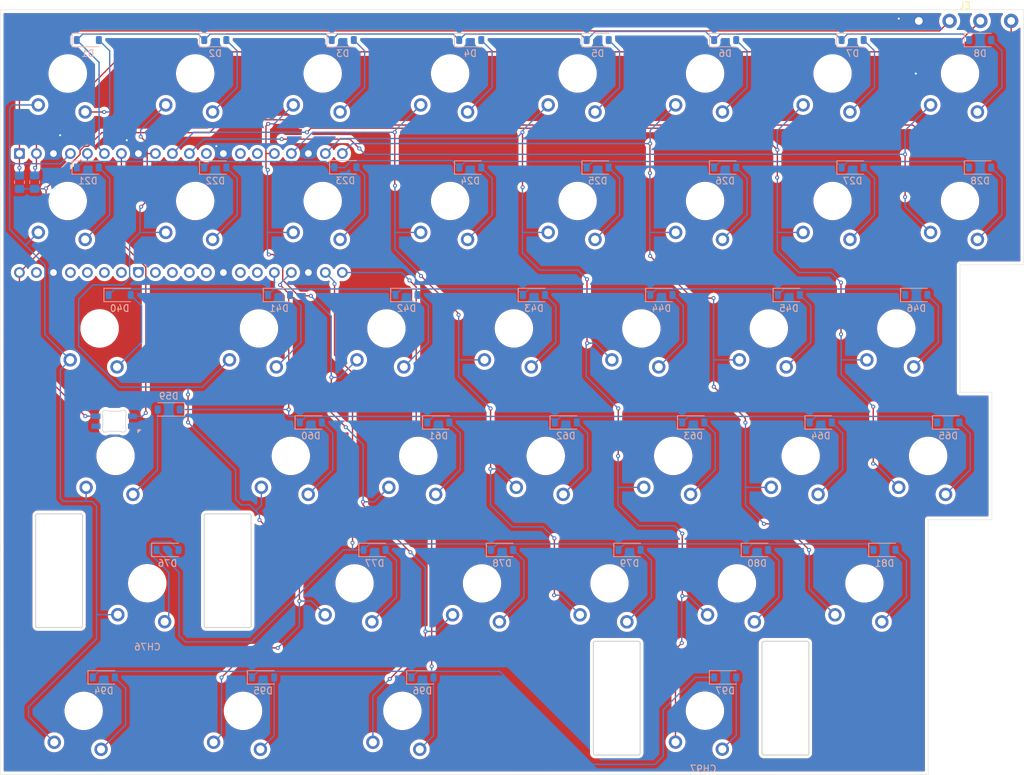
<source format=kicad_pcb>
(kicad_pcb (version 20241229) (generator "pcbnew") (generator_version "9.0")
  (layers (0 "F.Cu" signal) (2 "B.Cu" signal) (13 "F.Paste" user) (15 "B.Paste" user) (5 "F.SilkS" user "F.Silkscreen") (7 "B.SilkS" user "B.Silkscreen") (1 "F.Mask" user) (3 "B.Mask" user) (25 "Edge.Cuts" user))
  (net 0 "")
  (net 1 "col0")
  (net 2 "Net-(D1-A)")
  (net 3 "Net-(D2-A)")
  (net 4 "col1")
  (net 5 "col2")
  (net 6 "Net-(D3-A)")
  (net 7 "col3")
  (net 8 "Net-(D4-A)")
  (net 9 "Net-(D5-A)")
  (net 10 "col4")
  (net 11 "Net-(D6-A)")
  (net 12 "col5")
  (net 13 "col6")
  (net 14 "Net-(D7-A)")
  (net 15 "col7")
  (net 16 "Net-(D8-A)")
  (net 17 "Net-(D21-A)")
  (net 18 "Net-(D22-A)")
  (net 19 "Net-(D23-A)")
  (net 20 "Net-(D24-A)")
  (net 21 "Net-(D26-A)")
  (net 22 "Net-(D27-A)")
  (net 23 "Net-(D28-A)")
  (net 24 "Net-(D40-A)")
  (net 25 "Net-(D41-A)")
  (net 26 "Net-(D42-A)")
  (net 27 "Net-(D43-A)")
  (net 28 "Net-(D44-A)")
  (net 29 "Net-(D45-A)")
  (net 30 "Net-(D46-A)")
  (net 31 "Net-(D59-A)")
  (net 32 "Net-(D60-A)")
  (net 33 "Net-(D61-A)")
  (net 34 "Net-(D62-A)")
  (net 35 "Net-(D63-A)")
  (net 36 "Net-(D64-A)")
  (net 37 "Net-(D65-A)")
  (net 38 "Net-(D76-A)")
  (net 39 "Net-(D77-A)")
  (net 40 "Net-(D78-A)")
  (net 41 "Net-(D79-A)")
  (net 42 "Net-(D80-A)")
  (net 43 "Net-(D81-A)")
  (net 44 "Net-(D94-A)")
  (net 45 "Net-(D95-A)")
  (net 46 "Net-(D96-A)")
  (net 47 "Net-(D97-A)")
  (net 48 "row0")
  (net 49 "row1")
  (net 50 "row2")
  (net 51 "row3")
  (net 52 "row4")
  (net 53 "row5")
  (net 54 "Net-(D25-A)")
  (net 64 "Net-(A2-GPIO5)")
  (net 70 "GND2")
  (net 71 "Net-(A2-GPIO1)")
  (net 72 "Net-(A2-GPIO0)")
  (net 73 "Net-(A2-VBUS)")
  (footprint "PCM_marbastlib-xp-gateron_lp:SW_KS33_1u" (layer "F.Cu") (at 112.085 64.205)
    (property "Reference" "CH44" (hide yes))
    (property "Value" "KS33_SW_HS")
  )
  (footprint "PCM_marbastlib-xp-gateron_lp:SW_KS33_1u" (layer "F.Cu") (at 97.7975 83.255)
    (property "Reference" "CH62" (hide yes))
    (property "Value" "KS33_SW_HS")
  )
  (footprint "PCM_marbastlib-xp-gateron_lp:SW_KS33_1u" (layer "F.Cu") (at 121.61 26.105)
    (property "Reference" "CH6" (hide yes))
    (property "Value" "KS33_SW_HS")
  )
  (footprint "PCM_marbastlib-xp-gateron_lp:SW_KS33_1u" (layer "F.Cu") (at 26.36 45.155)
    (property "Reference" "CH21" (hide yes))
    (property "Value" "KS33_SW_HS")
  )
  (footprint "PCM_marbastlib-xp-gateron_lp:SW_KS33_1u" (layer "F.Cu") (at 28.74125 121.355)
    (property "Reference" "CH94" (hide yes))
    (property "Value" "KS33_SW_HS")
  )
  (footprint "PCM_marbastlib-xp-gateron_lp:SW_KS33_1u" (layer "F.Cu") (at 88.2725 102.305)
    (property "Reference" "CH78" (hide yes))
    (property "Value" "KS33_SW_HS")
  )
  (footprint "PCM_marbastlib-xp-gateron_lp:SW_KS33_1u" (layer "F.Cu") (at 154.9475 83.255)
    (property "Reference" "CH65" (hide yes))
    (property "Value" "KS33_SW_HS")
  )
  (footprint "PCM_marbastlib-xp-gateron_lp:SW_KS33_1u" (layer "F.Cu") (at 83.51 26.105)
    (property "Reference" "CH4" (hide yes))
    (property "Value" "KS33_SW_HS")
  )
  (footprint "PCM_marbastlib-xp-gateron_lp:SW_KS33_1u" (layer "F.Cu") (at 59.6975 83.255)
    (property "Reference" "CH60" (hide yes))
    (property "Value" "KS33_SW_HS")
  )
  (footprint "PCM_marbastlib-xp-gateron_lp:SW_KS33_1u" (layer "F.Cu") (at 26.36 26.105)
    (property "Reference" "CH1" (hide yes))
    (property "Value" "KS33_SW_HS")
  )
  (footprint "PCM_marbastlib-xp-gateron_lp:SW_KS33_1u" (layer "F.Cu") (at 121.61 45.155)
    (property "Reference" "CH26" (hide yes))
    (property "Value" "KS33_SW_HS")
  )
  (footprint "PCM_marbastlib-xp-gateron_lp:SW_KS33_1u" (layer "F.Cu") (at 93.035 64.205)
    (property "Reference" "CH43" (hide yes))
    (property "Value" "KS33_SW_HS")
  )
  (footprint "PCM_marbastlib-xp-gateron_lp:SW_KS33_1u" (layer "F.Cu") (at 131.135 64.205)
    (property "Reference" "CH45" (hide yes))
    (property "Value" "KS33_SW_HS")
  )
  (footprint "PCM_marbastlib-xp-gateron_lp:SW_KS33_1u" (layer "F.Cu") (at 102.56 45.155)
    (property "Reference" "CH25" (hide yes))
    (property "Value" "KS33_SW_HS")
  )
  (footprint "PCM_marbastlib-xp-gateron_lp:SW_KS33_1u" (layer "F.Cu") (at 135.8975 83.255)
    (property "Reference" "CH64" (hide yes))
    (property "Value" "KS33_SW_HS")
  )
  (footprint "PCM_marbastlib-xp-gateron_lp:SW_KS33_1u" (layer "F.Cu") (at 83.51 45.155)
    (property "Reference" "CH24" (hide yes))
    (property "Value" "KS33_SW_HS")
  )
  (footprint "PCM_marbastlib-xp-gateron_lp:SW_KS33_1u" (layer "F.Cu") (at 140.66 26.105)
    (property "Reference" "CH7" (hide yes))
    (property "Value" "KS33_SW_HS")
  )
  (footprint "PCM_marbastlib-xp-gateron_lp:SW_KS33_1u" (layer "F.Cu") (at 31.1225 64.205)
    (property "Reference" "CH40" (hide yes))
    (property "Value" "KS33_SW_HS")
  )
  (footprint "PCM_marbastlib-xp-gateron_lp:SW_KS33_1u" (layer "F.Cu") (at 33.50375 83.255)
    (property "Reference" "CH59" (hide yes))
    (property "Value" "KS33_SW_HS")
  )
  (footprint "PCM_marbastlib-xp-gateron_lp:SW_KS33_1u" (layer "F.Cu") (at 73.985 64.205)
    (property "Reference" "CH42" (hide yes))
    (property "Value" "KS33_SW_HS")
  )
  (footprint "PCM_marbastlib-xp-gateron_lp:SW_KS33_1u" (layer "F.Cu") (at 159.71 45.155)
    (property "Reference" "CH28" (hide yes))
    (property "Value" "KS33_SW_HS")
  )
  (footprint "Connector_Wire:SolderWire-0.5sqmm_1x04_P4.6mm_D0.9mm_OD2.1mm" (layer "F.Cu") (at 153.55 18.2475)
    (property "Reference" "J3")
    (property "Value" "Conn_01x04_Socket")
  )
  (footprint "PCM_marbastlib-xp-gateron_lp:SW_KS33_1u" (layer "F.Cu") (at 107.3225 102.305)
    (property "Reference" "CH79" (hide yes))
    (property "Value" "KS33_SW_HS")
  )
  (footprint "PCM_marbastlib-xp-gateron_lp:SW_KS33_1u" (layer "F.Cu") (at 126.3725 102.305)
    (property "Reference" "CH80" (hide yes))
    (property "Value" "KS33_SW_HS")
  )
  (footprint "PCM_marbastlib-xp-gateron_lp:SW_KS33_1u" (layer "F.Cu") (at 78.7475 83.255)
    (property "Reference" "CH61" (hide yes))
    (property "Value" "KS33_SW_HS")
  )
  (footprint "PCM_marbastlib-xp-gateron_lp:SW_KS33_1u" (layer "F.Cu") (at 45.41 26.105)
    (property "Reference" "CH2" (hide yes))
    (property "Value" "KS33_SW_HS")
  )
  (footprint "PCM_marbastlib-xp-gateron_lp:SW_KS33_1u" (layer "F.Cu") (at 54.935 64.205)
    (property "Reference" "CH41" (hide yes))
    (property "Value" "KS33_SW_HS")
  )
  (footprint "PCM_marbastlib-xp-gateron_lp:SW_KS33_1u" (layer "F.Cu") (at 64.46 45.155)
    (property "Reference" "CH23" (hide yes))
    (property "Value" "KS33_SW_HS")
  )
  (footprint "PCM_marbastlib-xp-gateron_lp:SW_KS33_1u" (layer "F.Cu") (at 150.185 64.205)
    (property "Reference" "CH46" (hide yes))
    (property "Value" "KS33_SW_HS")
  )
  (footprint "PCM_marbastlib-xp-gateron_lp:SW_KS33_1u" (layer "F.Cu") (at 145.4225 102.305)
    (property "Reference" "CH81" (hide yes))
    (property "Value" "KS33_SW_HS")
  )
  (footprint "PCM_marbastlib-xp-gateron_lp:SW_KS33_1u" (layer "F.Cu") (at 69.2225 102.305)
    (property "Reference" "CH77" (hide yes))
    (property "Value" "KS33_SW_HS")
  )
  (footprint "gateron low profile:Gateron_Low_Profile_Socket_Stabilizer_2U" (layer "F.Cu") (at 121.61 121.355)
    (property "Reference" "CH97")
    (property "Value" "KS33_SW_HS")
    (fp_line (start -16.700001 6.3) (end -16.700001 -10.1) (stroke (width 0.15)) (layer "Edge.Cuts"))
    (fp_line (start -16.400001 -10.4) (end -10.000001 -10.4) (stroke (width 0.15)) (layer "Edge.Cuts"))
    (fp_line (start -10.000001 6.6) (end -16.400001 6.6) (stroke (width 0.15)) (layer "Edge.Cuts"))
    (fp_line (start -9.700001 -10.1) (end -9.700002 6.3) (stroke (width 0.15)) (layer "Edge.Cuts"))
    (fp_line (start 8.500001 6.3) (end 8.5 -10.1) (stroke (width 0.15)) (layer "Edge.Cuts"))
    (fp_line (start 8.8 -10.4) (end 15.2 -10.4) (stroke (width 0.15)) (layer "Edge.Cuts"))
    (fp_line (start 15.2 6.6) (end 8.8 6.6) (stroke (width 0.15)) (layer "Edge.Cuts"))
    (fp_line (start 15.5 -10.1) (end 15.5 6.3) (stroke (width 0.15)) (layer "Edge.Cuts"))
    (fp_arc (start -16.700001 -10.1) (mid -16.612133 -10.312132) (end -16.400001 -10.4) (stroke (width 0.15)) (layer "Edge.Cuts"))
    (fp_arc (start -16.400001 6.6) (mid -16.612133 6.512132) (end -16.700001 6.3) (stroke (width 0.15)) (layer "Edge.Cuts"))
    (fp_arc (start -10.000001 -10.4) (mid -9.787869 -10.312132) (end -9.700001 -10.1) (stroke (width 0.15)) (layer "Edge.Cuts"))
    (fp_arc (start -9.700002 6.3) (mid -9.787869 6.512132) (end -10.000001 6.6) (stroke (width 0.15)) (layer "Edge.Cuts"))
    (fp_arc (start 8.5 -10.1) (mid 8.587868 -10.312132) (end 8.8 -10.4) (stroke (width 0.15)) (layer "Edge.Cuts"))
    (fp_arc (start 8.8 6.6) (mid 8.587868 6.512132) (end 8.500001 6.3) (stroke (width 0.15)) (layer "Edge.Cuts"))
    (fp_arc (start 15.2 -10.4) (mid 15.412132 -10.312132) (end 15.5 -10.1) (stroke (width 0.15)) (layer "Edge.Cuts"))
    (fp_arc (start 15.5 6.3) (mid 15.412132 6.512132) (end 15.2 6.6) (stroke (width 0.15)) (layer "Edge.Cuts"))
  )
  (footprint "PCM_marbastlib-xp-gateron_lp:SW_KS33_1u" (layer "F.Cu") (at 45.41 45.155)
    (property "Reference" "CH22" (hide yes))
    (property "Value" "KS33_SW_HS")
  )
  (footprint "PCM_marbastlib-xp-gateron_lp:SW_KS33_1u" (layer "F.Cu") (at 52.55375 121.355)
    (property "Reference" "CH95" (hide yes))
    (property "Value" "KS33_SW_HS")
  )
  (footprint "PCM_marbastlib-xp-gateron_lp:SW_KS33_1u" (layer "F.Cu") (at 116.8475 83.255)
    (property "Reference" "CH63" (hide yes))
    (property "Value" "KS33_SW_HS")
  )
  (footprint "PCM_marbastlib-xp-gateron_lp:SW_KS33_1u" (layer "F.Cu") (at 140.66 45.155)
    (property "Reference" "CH27" (hide yes))
    (property "Value" "KS33_SW_HS")
  )
  (footprint "PCM_marbastlib-xp-gateron_lp:SW_KS33_1u" (layer "F.Cu") (at 159.71 26.105)
    (property "Reference" "CH8" (hide yes))
    (property "Value" "KS33_SW_HS")
  )
  (footprint "PCM_marbastlib-xp-gateron_lp:SW_KS33_1u" (layer "F.Cu") (at 76.36625 121.355)
    (property "Reference" "CH96" (hide yes))
    (property "Value" "KS33_SW_HS")
  )
  (footprint "PCM_marbastlib-xp-gateron_lp:SW_KS33_1u" (layer "F.Cu") (at 102.56 26.105)
    (property "Reference" "CH5" (hide yes))
    (property "Value" "KS33_SW_HS")
  )
  (footprint "PCM_marbastlib-xp-gateron_lp:SW_KS33_1u" (layer "F.Cu") (at 64.46 26.105)
    (property "Reference" "CH3" (hide yes))
    (property "Value" "KS33_SW_HS")
  )
  (footprint "gateron low profile:Gateron_Low_Profile_Socket_Stabilizer_2U" (layer "F.Cu") (at 38.26625 102.305)
    (property "Reference" "CH76")
    (property "Value" "KS33_SW_HS")
    (fp_line (start -16.700001 6.3) (end -16.700001 -10.1) (stroke (width 0.15)) (layer "Edge.Cuts"))
    (fp_line (start -16.400001 -10.4) (end -10.000001 -10.4) (stroke (width 0.15)) (layer "Edge.Cuts"))
    (fp_line (start -10.000001 6.6) (end -16.400001 6.6) (stroke (width 0.15)) (layer "Edge.Cuts"))
    (fp_line (start -9.700001 -10.1) (end -9.700002 6.3) (stroke (width 0.15)) (layer "Edge.Cuts"))
    (fp_line (start 8.500001 6.3) (end 8.5 -10.1) (stroke (width 0.15)) (layer "Edge.Cuts"))
    (fp_line (start 8.8 -10.4) (end 15.2 -10.4) (stroke (width 0.15)) (layer "Edge.Cuts"))
    (fp_line (start 15.2 6.6) (end 8.8 6.6) (stroke (width 0.15)) (layer "Edge.Cuts"))
    (fp_line (start 15.5 -10.1) (end 15.5 6.3) (stroke (width 0.15)) (layer "Edge.Cuts"))
    (fp_arc (start -16.700001 -10.1) (mid -16.612133 -10.312132) (end -16.400001 -10.4) (stroke (width 0.15)) (layer "Edge.Cuts"))
    (fp_arc (start -16.400001 6.6) (mid -16.612133 6.512132) (end -16.700001 6.3) (stroke (width 0.15)) (layer "Edge.Cuts"))
    (fp_arc (start -10.000001 -10.4) (mid -9.787869 -10.312132) (end -9.700001 -10.1) (stroke (width 0.15)) (layer "Edge.Cuts"))
    (fp_arc (start -9.700002 6.3) (mid -9.787869 6.512132) (end -10.000001 6.6) (stroke (width 0.15)) (layer "Edge.Cuts"))
    (fp_arc (start 8.5 -10.1) (mid 8.587868 -10.312132) (end 8.8 -10.4) (stroke (width 0.15)) (layer "Edge.Cuts"))
    (fp_arc (start 8.8 6.6) (mid 8.587868 6.512132) (end 8.500001 6.3) (stroke (width 0.15)) (layer "Edge.Cuts"))
    (fp_arc (start 15.2 -10.4) (mid 15.412132 -10.312132) (end 15.5 -10.1) (stroke (width 0.15)) (layer "Edge.Cuts"))
    (fp_arc (start 15.5 6.3) (mid 15.412132 6.512132) (end 15.2 6.6) (stroke (width 0.15)) (layer "Edge.Cuts"))
  )
  (footprint "Diode_SMD:D_SOD-123" (layer "B.Cu") (at 124.61 40.155)
    (property "Reference" "D26")
    (property "Value" "D")
  )
  (footprint "Diode_SMD:D_SOD-123" (layer "B.Cu") (at 57.935 59.205)
    (property "Reference" "D41")
    (property "Value" "D")
  )
  (footprint "Diode_SMD:D_SOD-123" (layer "B.Cu") (at 91.2725 97.305)
    (property "Reference" "D78")
    (property "Value" "D")
  )
  (footprint "Diode_SMD:D_SOD-123" (layer "B.Cu") (at 105.56 40.155)
    (property "Reference" "D25")
    (property "Value" "D")
  )
  (footprint "Diode_SMD:D_SOD-123" (layer "B.Cu") (at 148.4225 97.305)
    (property "Reference" "D81")
    (property "Value" "D")
  )
  (footprint "Diode_SMD:D_SOD-123" (layer "B.Cu") (at 41.46 76.31 180)
    (property "Reference" "D59")
    (property "Value" "D")
  )
  (footprint "Diode_SMD:D_SOD-123" (layer "B.Cu") (at 81.7475 78.255)
    (property "Reference" "D61")
    (property "Value" "D")
  )
  (footprint "Diode_SMD:D_SOD-123" (layer "B.Cu") (at 96.035 59.205)
    (property "Reference" "D43")
    (property "Value" "D")
  )
  (footprint "Diode_SMD:D_SOD-123" (layer "B.Cu") (at 48.41 40.155)
    (property "Reference" "D22")
    (property "Value" "D")
  )
  (footprint "Diode_SMD:D_SOD-123" (layer "B.Cu") (at 105.56 21.105)
    (property "Reference" "D5")
    (property "Value" "D")
  )
  (footprint "Diode_SMD:D_SOD-123" (layer "B.Cu") (at 115.085 59.205)
    (property "Reference" "D44")
    (property "Value" "D")
  )
  (footprint "Diode_SMD:D_SOD-123" (layer "B.Cu") (at 29.36 21.105)
    (property "Reference" "D1")
    (property "Value" "D")
  )
  (footprint "Diode_SMD:D_SOD-123" (layer "B.Cu") (at 31.74125 116.355)
    (property "Reference" "D94")
    (property "Value" "D")
  )
  (footprint "Diode_SMD:D_SOD-123" (layer "B.Cu") (at 34.1225 59.205)
    (property "Reference" "D40")
    (property "Value" "D")
  )
  (footprint "Diode_SMD:D_SOD-123" (layer "B.Cu") (at 100.7975 78.255)
    (property "Reference" "D62")
    (property "Value" "D")
  )
  (footprint "Diode_SMD:D_SOD-123" (layer "B.Cu") (at 129.3725 97.305)
    (property "Reference" "D80")
    (property "Value" "D")
  )
  (footprint "Resistor_SMD:R_0805_2012Metric_Pad1.20x1.40mm_HandSolder" (layer "B.Cu") (at 21.42 42.34 90)
    (property "Reference" "R2" (hide yes))
    (property "Value" "4.7K")
  )
  (footprint "Diode_SMD:D_SOD-123" (layer "B.Cu") (at 67.46 21.105)
    (property "Reference" "D3")
    (property "Value" "D")
  )
  (footprint "Diode_SMD:D_SOD-123" (layer "B.Cu") (at 62.6975 78.255)
    (property "Reference" "D60")
    (property "Value" "D")
  )
  (footprint "Diode_SMD:D_SOD-123" (layer "B.Cu") (at 124.61 21.105)
    (property "Reference" "D6")
    (property "Value" "D")
  )
  (footprint "Resistor_SMD:R_0805_2012Metric_Pad1.20x1.40mm_HandSolder" (layer "B.Cu") (at 19.14 42.35 90)
    (property "Reference" "R1" (hide yes))
    (property "Value" "4.7K")
  )
  (footprint "Diode_SMD:D_SOD-123" (layer "B.Cu") (at 29.36 40.155)
    (property "Reference" "D21")
    (property "Value" "D")
  )
  (footprint "Diode_SMD:D_SOD-123" (layer "B.Cu") (at 72.2225 97.305)
    (property "Reference" "D77")
    (property "Value" "D")
  )
  (footprint "Diode_SMD:D_SOD-123" (layer "B.Cu") (at 162.71 21.105)
    (property "Reference" "D8")
    (property "Value" "D")
  )
  (footprint "Diode_SMD:D_SOD-123" (layer "B.Cu") (at 124.61 116.355)
    (property "Reference" "D97")
    (property "Value" "D")
  )
  (footprint "Diode_SMD:D_SOD-123" (layer "B.Cu") (at 110.3225 97.305)
    (property "Reference" "D79")
    (property "Value" "D")
  )
  (footprint "Diode_SMD:D_SOD-123" (layer "B.Cu") (at 76.985 59.205)
    (property "Reference" "D42")
    (property "Value" "D")
  )
  (footprint "Diode_SMD:D_SOD-123" (layer "B.Cu") (at 143.66 21.105)
    (property "Reference" "D7")
    (property "Value" "D")
  )
  (footprint "Diode_SMD:D_SOD-123" (layer "B.Cu") (at 138.8975 78.255)
    (property "Reference" "D64")
    (property "Value" "D")
  )
  (footprint "PCM_marbastlib-various:LED_6028R" (layer "B.Cu") (at 33.31 78.07 180)
    (property "Reference" "LED1" (hide yes))
    (property "Value" "SK6812MINI-E" (hide yes))
    (fp_line (start 1.699999 -0.702841) (end 1.699999 0.702843) (stroke (width 0.1)) (layer "Edge.Cuts"))
    (fp_line (start 0.794452 1.5) (end -0.794453 1.5) (stroke (width 0.1)) (layer "Edge.Cuts"))
    (fp_line (start -0.794452 -1.499999) (end 0.794452 -1.499999) (stroke (width 0.1)) (layer "Edge.Cuts"))
    (fp_line (start -1.699999 0.702843) (end -1.699999 -0.702841) (stroke (width 0.1)) (layer "Edge.Cuts"))
    (fp_arc (start 1.749484 0.919721) (mid 1.712526 0.814069) (end 1.699999 0.702843) (stroke (width 0.1)) (layer "Edge.Cuts"))
    (fp_arc (start 1.749484 0.919721) (mid 1.638072 1.504036) (end 1.046711 1.5683) (stroke (width 0.1)) (layer "Edge.Cuts"))
    (fp_arc (start 1.699999 -0.702842) (mid 1.712536 -0.814065) (end 1.749484 -0.91972) (stroke (width 0.1)) (layer "Edge.Cuts"))
    (fp_arc (start 1.046711 -1.568296) (mid 1.63807 -1.504033) (end 1.749484 -0.91972) (stroke (width 0.1)) (layer "Edge.Cuts"))
    (fp_arc (start 1.04671 -1.568298) (mid 0.925122 -1.517377) (end 0.794452 -1.499999) (stroke (width 0.1)) (layer "Edge.Cuts"))
    (fp_arc (start 0.794453 1.500001) (mid 0.925123 1.517378) (end 1.046711 1.5683) (stroke (width 0.1)) (layer "Edge.Cuts"))
    (fp_arc (start -0.794452 -1.499999) (mid -0.925123 -1.517376) (end -1.046711 -1.568298) (stroke (width 0.1)) (layer "Edge.Cuts"))
    (fp_arc (start -1.046711 1.568298) (mid -0.925123 1.517376) (end -0.794453 1.5) (stroke (width 0.1)) (layer "Edge.Cuts"))
    (fp_arc (start -1.046711 1.568298) (mid -1.638071 1.504035) (end -1.749484 0.919721) (stroke (width 0.1)) (layer "Edge.Cuts"))
    (fp_arc (start -1.699999 0.702844) (mid -1.712527 0.814069) (end -1.749484 0.919721) (stroke (width 0.1)) (layer "Edge.Cuts"))
    (fp_arc (start -1.749484 -0.919718) (mid -1.638072 -1.504034) (end -1.046711 -1.568298) (stroke (width 0.1)) (layer "Edge.Cuts"))
    (fp_arc (start -1.749484 -0.91972) (mid -1.712527 -0.814068) (end -1.699999 -0.702841) (stroke (width 0.1)) (layer "Edge.Cuts"))
  )
  (footprint "Diode_SMD:D_SOD-123" (layer "B.Cu") (at 157.9475 78.255)
    (property "Reference" "D65")
    (property "Value" "D")
  )
  (footprint "Diode_SMD:D_SOD-123" (layer "B.Cu") (at 153.185 59.205)
    (property "Reference" "D46")
    (property "Value" "D")
  )
  (footprint "Diode_SMD:D_SOD-123" (layer "B.Cu") (at 41.26625 97.305)
    (property "Reference" "D76")
    (property "Value" "D")
  )
  (footprint "Diode_SMD:D_SOD-123" (layer "B.Cu") (at 86.51 40.155)
    (property "Reference" "D24")
    (property "Value" "D")
  )
  (footprint "Diode_SMD:D_SOD-123" (layer "B.Cu") (at 48.41 21.105)
    (property "Reference" "D2")
    (property "Value" "D")
  )
  (footprint "Module:RaspberryPi_Pico_Common_THT no silk only pins" (layer "B.Cu") (at 19.14 38.0675 -90)
    (property "Reference" "A2" (hide yes))
    (property "Value" "RaspberryPi_Pico" (hide yes))
  )
  (footprint "Diode_SMD:D_SOD-123" (layer "B.Cu") (at 67.85625 40.116875)
    (property "Reference" "D23")
    (property "Value" "D")
  )
  (footprint "Diode_SMD:D_SOD-123" (layer "B.Cu") (at 119.8475 78.255)
    (property "Reference" "D63")
    (property "Value" "D")
  )
  (footprint "Diode_SMD:D_SOD-123" (layer "B.Cu") (at 162.71 40.155)
    (property "Reference" "D28")
    (property "Value" "D")
  )
  (footprint "Diode_SMD:D_SOD-123" (layer "B.Cu") (at 55.55375 116.355)
    (property "Reference" "D95")
    (property "Value" "D")
  )
  (footprint "Diode_SMD:D_SOD-123" (layer "B.Cu") (at 134.135 59.205)
    (property "Reference" "D45")
    (property "Value" "D")
  )
  (footprint "Diode_SMD:D_SOD-123" (layer "B.Cu") (at 143.66 40.155)
    (property "Reference" "D27")
    (property "Value" "D")
  )
  (footprint "Diode_SMD:D_SOD-123" (layer "B.Cu") (at 86.51 21.105)
    (property "Reference" "D4")
    (property "Value" "D")
  )
  (footprint "Diode_SMD:D_SOD-123" (layer "B.Cu") (at 79.36625 116.355)
    (property "Reference" "D96")
    (property "Value" "D")
  )
  (gr_line (start 154.95 130.905) (end 154.95 111.815) (stroke (width 0.05)) (layer "Edge.Cuts"))
  (gr_line (start 164.47 92.785) (end 164.47 73.735) (stroke (width 0.05)) (layer "Edge.Cuts"))
  (gr_line (start 16.88 130.915) (end 154.95 130.905) (stroke (width 0.05)) (layer "Edge.Cuts"))
  (gr_line (start 159.71 54.685) (end 159.71 73.73) (stroke (width 0.05)) (layer "Edge.Cuts"))
  (gr_line (start 154.95 111.815) (end 154.95 92.785) (stroke (width 0.05)) (layer "Edge.Cuts"))
  (gr_line (start 159.71 54.685) (end 169.23 54.685) (stroke (width 0.05)) (layer "Edge.Cuts"))
  (gr_line (start 169.23 54.685) (end 169.23 16.585) (stroke (width 0.05)) (layer "Edge.Cuts"))
  (gr_line (start 169.23 16.585) (end 16.84 16.585) (stroke (width 0.05)) (layer "Edge.Cuts"))
  (gr_line (start 16.26 16.585) (end 16.300106 130.915042) (stroke (width 0.05)) (layer "Edge.Cuts"))
  (gr_line (start 154.95 92.785) (end 164.47 92.785) (stroke (width 0.05)) (layer "Edge.Cuts"))
  (gr_line (start 16.84 16.585) (end 16.26 16.585) (stroke (width 0.05)) (layer "Edge.Cuts"))
  (gr_line (start 16.300106 130.915042) (end 16.88 130.915) (stroke (width 0.05)) (layer "Edge.Cuts"))
  (gr_line (start 159.71 73.73) (end 164.47 73.735) (stroke (width 0.05)) (layer "Edge.Cuts"))
  (segment (start 25.25375 89.58875) (end 25.71 90.045) (width 0.2) (layer "B.Cu") (net 1))
  (segment (start 29.10375 87.955) (end 29.10375 90.0425) (width 0.2) (layer "B.Cu") (net 1))
  (segment (start 30 90.045) (end 30.66625 90.71125) (width 0.2) (layer "B.Cu") (net 1))
  (segment (start 33.84125 106.98) (end 30.691249 106.98) (width 0.2) (layer "B.Cu") (net 1))
  (segment (start 30.66625 110.59875) (end 30.66625 107.004999) (width 0.2) (layer "B.Cu") (net 1))
  (segment (start 25.25375 70.37375) (end 25.25375 89.58875) (width 0.2) (layer "B.Cu") (net 1))
  (segment (start 26.76 38.0675) (end 25.2375 39.59) (width 0.2) (layer "B.Cu") (net 1))
  (segment (start 20.49125 120.77375) (end 30.66625 110.59875) (width 0.2) (layer "B.Cu") (net 1))
  (segment (start 17.67 49.415) (end 17.67 39.8575) (width 0.2) (layer "B.Cu") (net 1))
  (segment (start 22.94 54.685) (end 20.094062 51.839063) (width 0.2) (layer "B.Cu") (net 1))
  (segment (start 18.11 30.805) (end 21.96 30.805) (width 0.2) (layer "B.Cu") (net 1))
  (segment (start 30.66625 90.71125) (end 30.66625 107.004999) (width 0.2) (layer "B.Cu") (net 1))
  (segment (start 29.10375 90.0425) (end 29.10625 90.045) (width 0.2) (layer "B.Cu") (net 1))
  (segment (start 26.7225 68.905) (end 22.94 65.1225) (width 0.2) (layer "B.Cu") (net 1))
  (segment (start 25.2375 39.59) (end 17.67 39.59) (width 0.2) (layer "B.Cu") (net 1))
  (segment (start 25.71 90.045) (end 29.10625 90.045) (width 0.2) (layer "B.Cu") (net 1))
  (segment (start 30.691249 106.98) (end 30.66625 107.004999) (width 0.2) (layer "B.Cu") (net 1))
  (segment (start 17.67 39.8575) (end 17.67 39.59) (width 0.2) (layer "B.Cu") (net 1))
  (segment (start 24.34125 126.055) (end 20.49125 122.205) (width 0.2) (layer "B.Cu") (net 1))
  (segment (start 29.10625 90.045) (end 30 90.045) (width 0.2) (layer "B.Cu") (net 1))
  (segment (start 20.094062 51.839063) (end 18.11 49.855) (width 0.2) (layer "B.Cu") (net 1))
  (segment (start 22.94 65.1225) (end 22.94 54.685) (width 0.2) (layer "B.Cu") (net 1))
  (segment (start 20.49125 122.205) (end 20.49125 120.77375) (width 0.2) (layer "B.Cu") (net 1))
  (segment (start 20.094062 51.720938) (end 20.094062 51.839063) (width 0.2) (layer "B.Cu") (net 1))
  (segment (start 18.11 49.855) (end 17.67 49.415) (width 0.2) (layer "B.Cu") (net 1))
  (segment (start 17.67 31.245) (end 18.11 30.805) (width 0.2) (layer "B.Cu") (net 1))
  (segment (start 21.96 49.855) (end 20.094062 51.720938) (width 0.2) (layer "B.Cu") (net 1))
  (segment (start 26.7225 68.905) (end 25.25375 70.37375) (width 0.2) (layer "B.Cu") (net 1))
  (segment (start 17.67 39.59) (end 17.67 31.245) (width 0.2) (layer "B.Cu") (net 1))
  (segment (start 31.804375 31.855) (end 28.96 31.855) (width 0.2) (layer "F.Cu") (net 2))
  (segment (start 31.80625 31.856875) (end 31.804375 31.855) (width 0.2) (layer "F.Cu") (net 2))
  (via (at 31.80625 31.856875) (size 0.6) (drill 0.3) (layers "F.Cu" "B.Cu") (net 2))
  (segment (start 32.63 31.855) (end 31.808125 31.855) (width 0.2) (layer "B.Cu") (net 2))
  (segment (start 32.63 31.855) (end 32.63 22.725) (width 0.2) (layer "B.Cu") (net 2))
  (segment (start 32.63 22.725) (end 31.01 21.105) (width 0.2) (layer "B.Cu") (net 2))
  (segment (start 31.808125 31.855) (end 31.80625 31.856875) (width 0.2) (layer "B.Cu") (net 2))
  (segment (start 48.01 31.855) (end 51.68 28.185) (width 0.2) (layer "B.Cu") (net 3))
  (segment (start 51.68 22.725) (end 50.06 21.105) (width 0.2) (layer "B.Cu") (net 3))
  (segment (start 51.68 28.185) (end 51.68 22.725) (width 0.2) (layer "B.Cu") (net 3))
  (segment (start 60.98 98.805) (end 55.01 92.835) (width 0.2) (layer "F.Cu") (net 4))
  (segment (start 38.23 45.115) (end 37.33 46.015) (width 0.2) (layer "F.Cu") (net 4))
  (segment (start 49.34 116.375) (end 53.77 111.945) (width 0.2) (layer "F.Cu") (net 4))
  (segment (start 44.34 78.235) (end 44.34 74.085) (width 0.2) (layer "F.Cu") (net 4))
  (segment (start 53.77 111.945) (end 57.74 111.945) (width 0.2) (layer "F.Cu") (net 4))
  (segment (start 37.26 35.545) (end 38.23 36.515) (width 0.2) (layer "F.Cu") (net 4))
  (segment (start 39.46 38.0675) (end 38.24 38.0675) (width 0.2) (layer "F.Cu") (net 4))
  (segment (start 38.23 36.515) (end 38.23 38.0775) (width 0.2) (layer "F.Cu") (net 4))
  (segment (start 38.23 38.0775) (end 38.23 45.115) (width 0.2) (layer "F.Cu") (net 4))
  (segment (start 38.24 38.0675) (end 38.23 38.0775) (width 0.2) (layer "F.Cu") (net 4))
  (segment (start 60.98 104.945) (end 60.98 98.805) (width 0.2) (layer "F.Cu") (net 4))
  (via (at 44.34 78.235) (size 0.6) (drill 0.3) (layers "F.Cu" "B.Cu") (net 4))
  (via (at 49.34 116.375) (size 0.6) (drill 0.3) (layers "F.Cu" "B.Cu") (net 4))
  (via (at 57.74 111.945) (size 0.6) (drill 0.3) (layers "F.Cu" "B.Cu") (net 4))
  (via (at 37.33 46.015) (size 0.6) (drill 0.3) (layers "F.Cu" "B.Cu") (net 4))
  (via (at 55.01 92.835) (size 0.6) (drill 0.3) (layers "F.Cu" "B.Cu") (net 4))
  (via (at 44.34 74.085) (size 0.6) (drill 0.3) (layers "F.Cu" "B.Cu") (net 4))
  (via (at 60.98 104.945) (size 0.6) (drill 0.3) (layers "F.Cu" "B.Cu") (net 4))
  (via (at 37.26 35.545) (size 0.6) (drill 0.3) (layers "F.Cu" "B.Cu") (net 4))
  (segment (start 51.4475 85.3425) (end 44.34 78.235) (width 0.2) (layer "B.Cu") (net 4))
  (segment (start 44.34 74.085) (end 44.34 72.965) (width 0.2) (layer "B.Cu") (net 4))
  (segment (start 34.61 57.6975) (end 30.11 57.6975) (width 0.2) (layer "B.Cu") (net 4))
  (segment (start 64.8225 107.005) (end 62.7625 104.945) (width 0.2) (layer "B.Cu") (net 4))
  (segment (start 30.11 57.6975) (end 28.12625 59.68125) (width 0.2) (layer "B.Cu") (net 4))
  (segment (start 41.01 49.855) (end 37.16 49.855) (width 0.2) (layer "B.Cu") (net 4))
  (segment (start 37.16 49.855) (end 35.61 51.405) (width 0.2) (layer "B.Cu") (net 4))
  (segment (start 55.2975 90.655625) (end 54.469062 91.484063) (width 0.2) (layer "B.Cu") (net 4))
  (segment (start 44.97 72.965) (end 44.34 72.965) (width 0.2) (layer "B.Cu") (net 4))
  (segment (start 37.26 35.545) (end 37.26 34.555) (width 0.2) (layer "B.Cu") (net 4))
  (segment (start 60.9725 108.7125) (end 60.9725 107.005) (width 0.2) (layer "B.Cu") (net 4))
  (segment (start 55.01 92.835) (end 55.01 92.025) (width 0.2) (layer "B.Cu") (net 4))
  (segment (start 28.12625 59.68125) (end 28.12625 59.686875) (width 0.2) (layer "B.Cu") (net 4))
  (segment (start 48.15375 126.055) (end 49.34 124.86875) (width 0.2) (layer "B.Cu") (net 4))
  (segment (start 57.74 111.945) (end 60.9725 108.7125) (width 0.2) (layer "B.Cu") (net 4))
  (segment (start 60.9725 104.9525) (end 60.98 104.945) (width 0.2) (layer "B.Cu") (net 4))
  (segment (start 34.114791 72.965) (end 44.34 72.965) (width 0.2) (layer "B.Cu") (net 4))
  (segment (start 27.98625 59.826875) (end 27.98625 66.836459) (width 0.2) (layer "B.Cu") (net 4))
  (segment (start 62.7625 104.945) (end 60.98 104.945) (width 0.2) (layer "B.Cu") (net 4))
  (segment (start 51.4475 87.955) (end 51.4475 85.3425) (width 0.2) (layer "B.Cu") (net 4))
  (segment (start 53.56 90.575) (end 52.26 90.575) (width 0.2) (layer "B.Cu") (net 4))
  (segment (start 27.98625 66.836459) (end 34.114791 72.965) (width 0.2) (layer "B.Cu") (net 4))
  (segment (start 46.475 72.965) (end 44.97 72.965) (width 0.2) (layer "B.Cu") (net 4))
  (segment (start 52.26 90.575) (end 51.4475 89.7625) (width 0.2) (layer "B.Cu") (net 4))
  (segment (start 28.12625 59.686875) (end 27.98625 59.826875) (width 0.2) (layer "B.Cu") (net 4))
  (segment (start 37.16 35.445) (end 37.26 35.545) (width 0.2) (layer "B.Cu") (net 4))
  (segment (start 55.2975 87.955) (end 55.2975 90.655625) (width 0.2) (layer "B.Cu") (net 4))
  (segment (start 49.34 124.86875) (end 49.34 116.375) (width 0.2) (layer "B.Cu") (net 4))
  (segment (start 50.535 68.905) (end 46.475 72.965) (width 0.2) (layer "B.Cu") (net 4))
  (segment (start 35.61 51.405) (end 35.61 56.6975) (width 0.2) (layer "B.Cu") (net 4))
  (segment (start 37.16 46.185) (end 37.16 49.855) (width 0.2) (layer "B.Cu") (net 4))
  (segment (start 37.33 46.015) (end 37.16 46.185) (width 0.2) (layer "B.Cu") (net 4))
  (segment (start 51.4475 89.7625) (end 51.4475 87.955) (width 0.2) (layer "B.Cu") (net 4))
  (segment (start 35.61 56.6975) (end 34.61 57.6975) (width 0.2) (layer "B.Cu") (net 4))
  (segment (start 54.469062 91.484063) (end 53.56 90.575) (width 0.2) (layer "B.Cu") (net 4))
  (segment (start 55.01 92.025) (end 54.469062 91.484063) (width 0.2) (layer "B.Cu") (net 4))
  (segment (start 37.26 34.555) (end 41.01 30.805) (width 0.2) (layer "B.Cu") (net 4))
  (segment (start 60.9725 107.005) (end 60.9725 104.9525) (width 0.2) (layer "B.Cu") (net 4))
  (segment (start 58.49 56.9675) (end 60.8475 59.325) (width 0.2) (layer "F.Cu") (net 5))
  (segment (start 58.49 54.5675) (end 58.49 56.9675) (width 0.2) (layer "F.Cu") (net 5))
  (segment (start 55.98 40.225) (end 55.98 38.0775) (width 0.2) (layer "F.Cu") (net 5))
  (segment (start 74.49 116.585) (end 79.81 111.265) (width 0.2) (layer "F.Cu") (net 5))
  (segment (start 55.98 33.955) (end 56.31 33.625) (width 0.2) (layer "F.Cu") (net 5))
  (segment (start 55.99 38.0675) (end 55.98 38.0775) (width 0.2) (layer "F.Cu") (net 5))
  (segment (start 77.57 97.655) (end 70.48 90.565) (width 0.2) (layer "F.Cu") (net 5))
  (segment (start 56.26 40.505) (end 55.98 40.225) (width 0.2) (layer "F.Cu") (net 5))
  (segment (start 56.41 53.155) (end 57.0775 53.155) (width 0.2) (layer "F.Cu") (net 5))
  (segment (start 67.91 78.955) (end 65.75 76.795) (width 0.2) (layer "F.Cu") (net 5))
  (segment (start 79.81 111.265) (end 79.81 109.485) (width 0.2) (layer "F.Cu") (net 5))
  (segment (start 62.69 59.325) (end 62.58 59.325) (width 0.2) (layer "F.Cu") (net 5))
  (segment (start 60.8475 59.325) (end 62.69 59.325) (width 0.2) (layer "F.Cu") (net 5))
  (segment (start 70.48 90.565) (end 70.48 90.115) (width 0.2) (layer "F.Cu") (net 5))
  (segment (start 57.0775 53.155) (end 58.49 54.5675) (width 0.2) (layer "F.Cu") (net 5))
  (segment (start 65.75 76.795) (end 65.75 71.525) (width 0.2) (layer "F.Cu") (net 5))
  (segment (start 55.98 38.0775) (end 55.98 33.955) (width 0.2) (layer "F.Cu") (net 5))
  (segment (start 57.239999 38.0675) (end 55.99 38.0675) (width 0.2) (layer "F.Cu") (net 5))
  (via (at 74.49 116.585) (size 0.6) (drill 0.3) (layers "F.Cu" "B.Cu") (net 5))
  (via (at 65.75 71.525) (size 0.6) (drill 0.3) (layers "F.Cu" "B.Cu") (net 5))
  (via (at 56.26 40.505) (size 0.6) (drill 0.3) (layers "F.Cu" "B.Cu") (net 5))
  (via (at 79.81 109.485) (size 0.6) (drill 0.3) (layers "F.Cu" "B.Cu") (net 5))
  (via (at 56.41 53.155) (size 0.6) (drill 0.3) (layers "F.Cu" "B.Cu") (net 5))
  (via (at 62.69 59.325) (size 0.6) (drill 0.3) (layers "F.Cu" "B.Cu") (net 5))
  (via (at 77.57 97.655) (size 0.6) (drill 0.3) (layers "F.Cu" "B.Cu") (net 5))
  (via (at 67.91 78.955) (size 0.6) (drill 0.3) (layers "F.Cu" "B.Cu") (net 5))
  (via (at 70.48 90.115) (size 0.6) (drill 0.3) (layers "F.Cu" "B.Cu") (net 5))
  (via (at 56.31 33.625) (size 0.6) (drill 0.3) (layers "F.Cu" "B.Cu") (net 5))
  (segment (start 56.21 52.955) (end 56.21 49.855) (width 0.2) (layer "B.Cu") (net 5))
  (segment (start 65.735 68.905) (end 65.735 62.37) (width 0.2) (layer "B.Cu") (net 5))
  (segment (start 56.31 33.625) (end 56.21 33.525) (width 0.2) (layer "B.Cu") (net 5))
  (segment (start 56.41 53.155) (end 56.21 52.955) (width 0.2) (layer "B.Cu") (net 5))
  (segment (start 71.96625 119.10875) (end 74.49 116.585) (width 0.2) (layer "B.Cu") (net 5))
  (segment (start 79.79625 109.47125) (end 79.79625 99.88125) (width 0.2) (layer "B.Cu") (net 5))
  (segment (start 60.06 49.855) (end 56.21 49.855) (width 0.2) (layer "B.Cu") (net 5))
  (segment (start 56.21 49.855) (end 56.21 40.555) (width 0.2) (layer "B.Cu") (net 5))
  (segment (start 70.48 90.115) (end 70.4975 90.0975) (width 0.2) (layer "B.Cu") (net 5))
  (segment (start 57.24 33.625) (end 60.06 30.805) (width 0.2) (layer "B.Cu") (net 5))
  (segment (start 72.1875 90.115) (end 70.48 90.115) (width 0.2) (layer "B.Cu") (net 5))
  (segment (start 83.8725 107.005) (end 81.3925 109.485) (width 0.2) (layer "B.Cu") (net 5))
  (segment (start 56.21 40.555) (end 56.26 40.505) (width 0.2) (layer "B.Cu") (net 5))
  (segment (start 79.81 109.485) (end 79.79625 109.47125) (width 0.2) (layer "B.Cu") (net 5))
  (segment (start 70.4975 90.0975) (end 70.4975 87.955) (width 0.2) (layer "B.Cu") (net 5))
  (segment (start 70.4975 81.5425) (end 67.91 78.955) (width 0.2) (layer "B.Cu") (net 5))
  (segment (start 79.79625 99.88125) (end 77.57 97.655) (width 0.2) (layer "B.Cu") (net 5))
  (segment (start 74.3475 87.955) (end 72.1875 90.115) (width 0.2) (layer "B.Cu") (net 5))
  (segment (start 70.4975 87.955) (end 70.4975 81.5425) (width 0.2) (layer "B.Cu") (net 5))
  (segment (start 71.96625 126.055) (end 71.96625 119.10875) (width 0.2) (layer "B.Cu") (net 5))
  (segment (start 56.31 33.625) (end 57.24 33.625) (width 0.2) (layer "B.Cu") (net 5))
  (segment (start 81.3925 109.485) (end 79.81 109.485) (width 0.2) (layer "B.Cu") (net 5))
  (segment (start 65.735 62.37) (end 62.69 59.325) (width 0.2) (layer "B.Cu") (net 5))
  (segment (start 66.965 71.525) (end 65.75 71.525) (width 0.2) (layer "B.Cu") (net 5))
  (segment (start 69.585 68.905) (end 66.965 71.525) (width 0.2) (layer "B.Cu") (net 5))
  (segment (start 65.735 71.51) (end 65.735 68.905) (width 0.2) (layer "B.Cu") (net 5))
  (segment (start 65.75 71.525) (end 65.735 71.51) (width 0.2) (layer "B.Cu") (net 5))
  (segment (start 70.73 22.725) (end 69.11 21.105) (width 0.2) (layer "B.Cu") (net 6))
  (segment (start 70.73 28.185) (end 70.73 22.725) (width 0.2) (layer "B.Cu") (net 6))
  (segment (start 67.06 31.855) (end 70.73 28.185) (width 0.2) (layer "B.Cu") (net 6))
  (segment (start 75.23 34.885) (end 75.23 42.815) (width 0.2) (layer "F.Cu") (net 7))
  (segment (start 99.09 104.035) (end 99.05 104.075) (width 0.2) (layer "F.Cu") (net 7))
  (segment (start 89.55 85.175) (end 89.52 85.205) (width 0.2) (layer "F.Cu") (net 7))
  (segment (start 89.55 76.165) (end 89.55 85.175) (width 0.2) (layer "F.Cu") (net 7))
  (segment (start 75.23 42.815) (end 75.28 42.865) (width 0.2) (layer "F.Cu") (net 7))
  (segment (start 99.09 95.575) (end 99.09 104.035) (width 0.2) (layer "F.Cu") (net 7))
  (segment (start 84.77 62.175) (end 84.77 61.985) (width 0.2) (layer "F.Cu") (net 7))
  (segment (start 84.77 61.985) (end 79.15 56.365) (width 0.2) (layer "F.Cu") (net 7))
  (via (at 99.09 95.575) (size 0.6) (drill 0.3) (layers "F.Cu" "B.Cu") (net 7))
  (via (at 99.05 104.075) (size 0.6) (drill 0.3) (layers "F.Cu" "B.Cu") (net 7))
  (via (at 89.55 76.165) (size 0.6) (drill 0.3) (layers "F.Cu" "B.Cu") (net 7))
  (via (at 84.77 62.175) (size 0.6) (drill 0.3) (layers "F.Cu" "B.Cu") (net 7))
  (via (at 75.23 34.885) (size 0.6) (drill 0.3) (layers "F.Cu" "B.Cu") (net 7))
  (via (at 89.52 85.205) (size 0.6) (drill 0.3) (layers "F.Cu" "B.Cu") (net 7))
  (via (at 75.28 42.865) (size 0.6) (drill 0.3) (layers "F.Cu" "B.Cu") (net 7))
  (via (at 79.15 56.365) (size 0.6) (drill 0.3) (layers "F.Cu" "B.Cu") (net 7))
  (segment (start 102.9225 107.005) (end 99.9925 104.075) (width 0.2) (layer "B.Cu") (net 7))
  (segment (start 99.05 104.075) (end 99.0725 104.0975) (width 0.2) (layer "B.Cu") (net 7))
  (segment (start 75.26 49.855) (end 75.26 52.375) (width 0.2) (layer "B.Cu") (net 7))
  (segment (start 89.5475 90.6125) (end 92.8 93.865) (width 0.2) (layer "B.Cu") (net 7))
  (segment (start 79.11 49.855) (end 75.26 49.855) (width 0.2) (layer "B.Cu") (net 7))
  (segment (start 79.15 56.265) (end 79.15 56.365) (width 0.2) (layer "B.Cu") (net 7))
  (segment (start 90.6475 85.205) (end 89.52 85.205) (width 0.2) (layer "B.Cu") (net 7))
  (segment (start 84.785 71.4) (end 89.55 76.165) (width 0.2) (layer "B.Cu") (net 7))
  (segment (start 75.23 34.885) (end 75.23 34.685) (width 0.2) (layer "B.Cu") (net 7))
  (segment (start 84.785 62.43) (end 84.785 68.905) (width 0.2) (layer "B.Cu") (net 7))
  (segment (start 99.9925 104.075) (end 99.05 104.075) (width 0.2) (layer "B.Cu") (net 7))
  (segment (start 62.962501 34.885) (end 75.23 34.885) (width 0.2) (layer "B.Cu") (net 7))
  (segment (start 84.77 62.415) (end 84.785 62.43) (width 0.2) (layer "B.Cu") (net 7))
  (segment (start 89.5475 87.955) (end 89.5475 90.6125) (width 0.2) (layer "B.Cu") (net 7))
  (segment (start 93.3975 87.955) (end 90.6475 85.205) (width 0.2) (layer "B.Cu") (net 7))
  (segment (start 75.26 52.375) (end 79.15 56.265) (width 0.2) (layer "B.Cu") (net 7))
  (segment (start 89.5475 85.2325) (end 89.5475 87.955) (width 0.2) (layer "B.Cu") (net 7))
  (segment (start 75.23 34.685) (end 79.11 30.805) (width 0.2) (layer "B.Cu") (net 7))
  (segment (start 75.26 34.855) (end 75.23 34.885) (width 0.2) (layer "B.Cu") (net 7))
  (segment (start 88.635 68.905) (end 84.785 68.905) (width 0.2) (layer "B.Cu") (net 7))
  (segment (start 59.780001 38.0675) (end 62.962501 34.885) (width 0.2) (layer "B.Cu") (net 7))
  (segment (start 92.8 93.865) (end 97.38 93.865) (width 0.2) (layer "B.Cu") (net 7))
  (segment (start 84.785 68.905) (end 84.785 71.4) (width 0.2) (layer "B.Cu") (net 7))
  (segment (start 84.77 62.175) (end 84.77 62.415) (width 0.2) (layer "B.Cu") (net 7))
  (segment (start 89.52 85.205) (end 89.5475 85.2325) (width 0.2) (layer "B.Cu") (net 7))
  (segment (start 75.28 42.865) (end 75.26 42.885) (width 0.2) (layer "B.Cu") (net 7))
  (segment (start 75.26 42.885) (end 75.26 49.855) (width 0.2) (layer "B.Cu") (net 7))
  (segment (start 97.38 93.865) (end 99.09 95.575) (width 0.2) (layer "B.Cu") (net 7))
  (segment (start 86.11 31.855) (end 89.78 28.185) (width 0.2) (layer "B.Cu") (net 8))
  (segment (start 89.78 22.725) (end 88.16 21.105) (width 0.2) (layer "B.Cu") (net 8))
  (segment (start 89.78 28.185) (end 89.78 22.725) (width 0.2) (layer "B.Cu") (net 8))
  (segment (start 105.16 31.855) (end 108.83 28.185) (width 0.2) (layer "B.Cu") (net 9))
  (segment (start 108.83 28.185) (end 108.83 22.725) (width 0.2) (layer "B.Cu") (net 9))
  (segment (start 108.83 22.725) (end 107.21 21.105) (width 0.2) (layer "B.Cu") (net 9))
  (segment (start 108.63 76.165) (end 108.63 83.235) (width 0.2) (layer "F.Cu") (net 10))
  (segment (start 94.31 34.884) (end 94.32 34.894) (width 0.2) (layer "F.Cu") (net 10))
  (segment (start 103.96 66.385) (end 103.98 66.405) (width 0.2) (layer "F.Cu") (net 10))
  (segment (start 118.2 94.865) (end 118.2 104.195) (width 0.2) (layer "F.Cu") (net 10))
  (segment (start 94.32 34.894) (end 94.32 43.085) (width 0.2) (layer "F.Cu") (net 10))
  (segment (start 94.32 43.085) (end 94.34 43.105) (width 0.2) (layer "F.Cu") (net 10))
  (segment (start 117.185 112.16) (end 118.1225 111.2225) (width 0.2) (layer "F.Cu") (net 10))
  (segment (start 117.185 126.03) (end 117.185 112.16) (width 0.2) (layer "F.Cu") (net 10))
  (segment (start 103.96 56.845) (end 103.96 66.385) (width 0.2) (layer "F.Cu") (net 10))
  (segment (start 108.63 83.235) (end 108.6 83.265) (width 0.2) (layer "F.Cu") (net 10))
  (via (at 103.96 56.845) (size 0.6) (drill 0.3) (layers "F.Cu" "B.Cu") (net 10))
  (via (at 94.34 43.105) (size 0.6) (drill 0.3) (layers "F.Cu" "B.Cu") (net 10))
  (via (at 94.31 34.884) (size 0.6) (drill 0.3) (layers "F.Cu" "B.Cu") (net 10))
  (via (at 118.1225 111.2225) (size 0.6) (drill 0.3) (layers "F.Cu" "B.Cu") (net 10))
  (via (at 108.6 83.265) (size 0.6) (drill 0.3) (layers "F.Cu" "B.Cu") (net 10))
  (via (at 108.63 76.165) (size 0.6) (drill 0.3) (layers "F.Cu" "B.Cu") (net 10))
  (via (at 118.2 94.865) (size 0.6) (drill 0.3) (layers "F.Cu" "B.Cu") (net 10))
  (via (at 103.98 66.405) (size 0.6) (drill 0.3) (layers "F.Cu" "B.Cu") (net 10))
  (via (at 118.2 104.195) (size 0.6) (drill 0.3) (layers "F.Cu" "B.Cu") (net 10))
  (segment (start 108.5975 90.6225) (end 111.68 93.705) (width 0.2) (layer "B.Cu") (net 10))
  (segment (start 108.6 83.265) (end 108.5975 83.2675) (width 0.2) (layer "B.Cu") (net 10))
  (segment (start 105.185 66.405) (end 103.98 66.405) (width 0.2) (layer "B.Cu") (net 10))
  (segment (start 94.34 43.105) (end 94.31 43.135) (width 0.2) (layer "B.Cu") (net 10))
  (segment (start 118.1225 104.4225) (end 118.1225 107.005) (width 0.2) (layer "B.Cu") (net 10))
  (segment (start 94.31 43.135) (end 94.31 49.706875) (width 0.2) (layer "B.Cu") (net 10))
  (segment (start 67.11 35.8175) (end 64.86 38.0675) (width 0.2) (layer "B.Cu") (net 10))
  (segment (start 94.31 49.855) (end 94.31 52.915) (width 0.2) (layer "B.Cu") (net 10))
  (segment (start 94.31 52.915) (end 96.88 55.485) (width 0.2) (layer "B.Cu") (net 10))
  (segment (start 93.3765 35.8175) (end 67.11 35.8175) (width 0.2) (layer "B.Cu") (net 10))
  (segment (start 98.16 49.855) (end 94.31 49.855) (width 0.2) (layer "B.Cu") (net 10))
  (segment (start 112.4475 87.955) (end 108.5975 87.955) (width 0.2) (layer "B.Cu") (net 10))
  (segment (start 118.1225 111.2225) (end 118.1225 107.005) (width 0.2) (layer "B.Cu") (net 10))
  (segment (start 103.835 71.37) (end 108.63 76.165) (width 0.2) (layer "B.Cu") (net 10))
  (segment (start 96.88 55.485) (end 102.6 55.485) (width 0.2) (layer "B.Cu") (net 10))
  (segment (start 118.2 104.195) (end 118.2 104.345) (width 0.2) (layer "B.Cu") (net 10))
  (segment (start 94.31 34.884) (end 93.3765 35.8175) (width 0.2) (layer "B.Cu") (net 10))
  (segment (start 121.9725 107.005) (end 119.1625 104.195) (width 0.2) (layer "B.Cu") (net 10))
  (segment (start 111.68 93.705) (end 117.04 93.705) (width 0.2) (layer "B.Cu") (net 10))
  (segment (start 107.685 68.905) (end 105.185 66.405) (width 0.2) (layer "B.Cu") (net 10))
  (segment (start 94.31 34.884) (end 94.31 34.655) (width 0.2) (layer "B.Cu") (net 10))
  (segment (start 119.1625 104.195) (end 118.2 104.195) (width 0.2) (layer "B.Cu") (net 10))
  (segment (start 108.5975 87.955) (end 108.5975 90.6225) (width 0.2) (layer "B.Cu") (net 10))
  (segment (start 102.6 55.485) (end 103.96 56.845) (width 0.2) (layer "B.Cu") (net 10))
  (segment (start 103.98 66.405) (end 103.835 66.55) (width 0.2) (layer "B.Cu") (net 10))
  (segment (start 108.5975 83.2675) (end 108.5975 87.955) (width 0.2) (layer "B.Cu") (net 10))
  (segment (start 103.835 66.55) (end 103.835 68.905) (width 0.2) (layer "B.Cu") (net 10))
  (segment (start 94.31 49.706875) (end 94.31 49.855) (width 0.2) (layer "B.Cu") (net 10))
  (segment (start 103.835 68.905) (end 103.835 71.37) (width 0.2) (layer "B.Cu") (net 10))
  (segment (start 94.31 34.655) (end 98.16 30.805) (width 0.2) (layer "B.Cu") (net 10))
  (segment (start 118.2 104.345) (end 118.1225 104.4225) (width 0.2) (layer "B.Cu") (net 10))
  (segment (start 117.04 93.705) (end 118.2 94.865) (width 0.2) (layer "B.Cu") (net 10))
  (segment (start 124.21 31.855) (end 127.88 28.185) (width 0.2) (layer "B.Cu") (net 11))
  (segment (start 127.88 28.185) (end 127.88 22.725) (width 0.2) (layer "B.Cu") (net 11))
  (segment (start 127.88 22.725) (end 126.26 21.105) (width 0.2) (layer "B.Cu") (net 11))
  (segment (start 119.69 59.665) (end 113.4 53.375) (width 0.2) (layer "F.Cu") (net 12))
  (segment (start 133.26 93.405) (end 130.4 93.405) (width 0.2) (layer "F.Cu") (net 12))
  (segment (start 127.63 77.635) (end 122.91 72.915) (width 0.2) (layer "F.Cu") (net 12))
  (segment (start 137.16 97.305) (end 133.26 93.405) (width 0.2) (layer "F.Cu") (net 12))
  (segment (start 122.87 59.665) (end 119.69 59.665) (width 0.2) (layer "F.Cu") (net 12))
  (segment (start 127.63 78.275) (end 127.63 77.635) (width 0.2) (layer "F.Cu") (net 12))
  (segment (start 113.37 36.605) (end 113.4 36.575) (width 0.2) (layer "F.Cu") (net 12))
  (segment (start 113.37 40.985) (end 113.37 36.605) (width 0.2) (layer "F.Cu") (net 12))
  (via (at 137.16 97.305) (size 0.6) (drill 0.3) (layers "F.Cu" "B.Cu") (net 12))
  (via (at 113.4 36.575) (size 0.6) (drill 0.3) (layers "F.Cu" "B.Cu") (net 12))
  (via (at 113.4 53.375) (size 0.6) (drill 0.3) (layers "F.Cu" "B.Cu") (net 12))
  (via (at 130.4 93.405) (size 0.6) (drill 0.3) (layers "F.Cu" "B.Cu") (net 12))
  (via (at 122.87 59.665) (size 0.6) (drill 0.3) (layers "F.Cu" "B.Cu") (net 12))
  (via (at 122.91 72.915) (size 0.6) (drill 0.3) (layers "F.Cu" "B.Cu") (net 12))
  (via (at 127.63 78.275) (size 0.6) (drill 0.3) (layers "F.Cu" "B.Cu") (net 12))
  (via (at 113.37 40.985) (size 0.6) (drill 0.3) (layers "F.Cu" "B.Cu") (net 12))
  (segment (start 68.89 36.5775) (end 113.3975 36.5775) (width 0.2) (layer "B.Cu") (net 12))
  (segment (start 126.735 68.905) (end 122.943125 68.905) (width 0.2) (layer "B.Cu") (net 12))
  (segment (start 113.4 36.575) (end 113.36 36.535) (width 0.2) (layer "B.Cu") (net 12))
  (segment (start 122.885 59.68) (end 122.87 59.665) (width 0.2) (layer "B.Cu") (net 12))
  (segment (start 113.36 49.855) (end 113.36 40.995) (width 0.2) (layer "B.Cu") (net 12))
  (segment (start 122.885 68.846875) (end 122.885 59.68) (width 0.2) (layer "B.Cu") (net 12))
  (segment (start 113.4 34.615) (end 117.21 30.805) (width 0.2) (layer "B.Cu") (net 12))
  (segment (start 127.6475 87.955) (end 127.6475 87.896875) (width 0.2) (layer "B.Cu") (net 12))
  (segment (start 127.6475 90.6225) (end 127.6475 87.955) (width 0.2) (layer "B.Cu") (net 12))
  (segment (start 113.4 36.575) (end 113.4 34.615) (width 0.2) (layer "B.Cu") (net 12))
  (segment (start 131.4975 87.955) (end 127.705625 87.955) (width 0.2) (layer "B.Cu") (net 12))
  (segment (start 127.705625 87.955) (end 127.6475 87.896875) (width 0.2) (layer "B.Cu") (net 12))
  (segment (start 122.91 72.915) (end 122.885 72.89) (width 0.2) (layer "B.Cu") (net 12))
  (segment (start 122.885 68.905) (end 122.885 68.846875) (width 0.2) (layer "B.Cu") (net 12))
  (segment (start 137.1725 97.3175) (end 137.16 97.305) (width 0.2) (layer "B.Cu") (net 12))
  (segment (start 113.36 53.335) (end 113.36 49.855) (width 0.2) (layer "B.Cu") (net 12))
  (segment (start 130.4 93.375) (end 127.6475 90.6225) (width 0.2) (layer "B.Cu") (net 12))
  (segment (start 117.21 49.855) (end 113.36 49.855) (width 0.2) (layer "B.Cu") (net 12))
  (segment (start 113.4 53.375) (end 113.36 53.335) (width 0.2) (layer "B.Cu") (net 12))
  (segment (start 137.16 103.1425) (end 137.16 97.305) (width 0.2) (layer "B.Cu") (net 12))
  (segment (start 113.3975 36.5775) (end 113.4 36.575) (width 0.2) (layer "B.Cu") (net 12))
  (segment (start 122.943125 68.905) (end 122.885 68.846875) (width 0.2) (layer "B.Cu") (net 12))
  (segment (start 130.4 93.405) (end 130.4 93.375) (width 0.2) (layer "B.Cu") (net 12))
  (segment (start 141.0225 107.005) (end 137.16 103.1425) (width 0.2) (layer "B.Cu") (net 12))
  (segment (start 127.6475 78.2925) (end 127.63 78.275) (width 0.2) (layer "B.Cu") (net 12))
  (segment (start 127.6475 87.896875) (end 127.6475 78.2925) (width 0.2) (layer "B.Cu") (net 12))
  (segment (start 122.885 72.89) (end 122.885 68.905) (width 0.2) (layer "B.Cu") (net 12))
  (segment (start 113.36 40.995) (end 113.37 40.985) (width 0.2) (layer "B.Cu") (net 12))
  (segment (start 67.4 38.0675) (end 68.89 36.5775) (width 0.2) (layer "B.Cu") (net 12))
  (segment (start 129.188 34.283) (end 132.41 37.505) (width 0.2) (layer "F.Cu") (net 13))
  (segment (start 141.92 57.345) (end 141.92 65.075) (width 0.2) (layer "F.Cu") (net 13))
  (segment (start 132.41 37.505) (end 132.41 41.625) (width 0.2) (layer "F.Cu") (net 13))
  (segment (start 146.74 75.895) (end 146.74 84.395) (width 0.2) (layer "F.Cu") (net 13))
  (segment (start 146.74 84.395) (end 146.73 84.405) (width 0.2) (layer "F.Cu") (net 13))
  (segment (start 132.41 41.625) (end 132.38 41.655) (width 0.2) (layer "F.Cu") (net 13))
  (segment (start 62.114973 34.884) (end 62.715973 34.283) (width 0.2) (layer "F.Cu") (net 13))
  (segment (start 62.715973 34.283) (end 129.188 34.283) (width 0.2) (layer "F.Cu") (net 13))
  (via (at 141.92 57.345) (size 0.6) (drill 0.3) (layers "F.Cu" "B.Cu") (net 13))
  (via (at 132.41 37.505) (size 0.6) (drill 0.3) (layers "F.Cu" "B.Cu") (net 13))
  (via (at 146.74 75.895) (size 0.6) (drill 0.3) (layers "F.Cu" "B.Cu") (net 13))
  (via (at 141.92 65.075) (size 0.6) (drill 0.3) (layers "F.Cu" "B.Cu") (net 13))
  (via (at 132.38 41.655) (size 0.6) (drill 0.3) (layers "F.Cu" "B.Cu") (net 13))
  (via (at 146.73 84.405) (size 0.6) (drill 0.3) (layers "F.Cu" "B.Cu") (net 13))
  (via (at 62.114973 34.884) (size 0.6) (drill 0.3) (layers "F.Cu" "B.Cu") (net 13))
  (segment (start 132.38 41.655) (end 132.41 41.685) (width 0.2) (layer "B.Cu") (net 13))
  (segment (start 141.92 65.415) (end 141.935 65.43) (width 0.2) (layer "B.Cu") (net 13))
  (segment (start 141.92 65.075) (end 141.92 65.415) (width 0.2) (layer "B.Cu") (net 13))
  (segment (start 135.63 55.845) (end 140.42 55.845) (width 0.2) (layer "B.Cu") (net 13))
  (segment (start 150.5475 87.955) (end 146.9975 84.405) (width 0.2) (layer "B.Cu") (net 13))
  (segment (start 132.41 52.625) (end 135.63 55.845) (width 0.2) (layer "B.Cu") (net 13))
  (segment (start 145.785 68.905) (end 141.935 68.905) (width 0.2) (layer "B.Cu") (net 13))
  (segment (start 141.935 65.43) (end 141.935 68.905) (width 0.2) (layer "B.Cu") (net 13))
  (segment (start 146.73 84.405) (end 146.6975 84.4375) (width 0.2) (layer "B.Cu") (net 13))
  (segment (start 140.42 55.845) (end 141.92 57.345) (width 0.2) (layer "B.Cu") (net 13))
  (segment (start 132.41 41.685) (end 132.41 49.796875) (width 0.2) (layer "B.Cu") (net 13))
  (segment (start 136.26 49.855) (end 132.468125 49.855) (width 0.2) (layer "B.Cu") (net 13))
  (segment (start 45.1835 34.884) (end 62.114973 34.884) (width 0.2) (layer "B.Cu") (net 13))
  (segment (start 132.41 34.655) (end 136.26 30.805) (width 0.2) (layer "B.Cu") (net 13))
  (segment (start 141.935 68.905) (end 141.935 71.09) (width 0.2) (layer "B.Cu") (net 13))
  (segment (start 132.41 37.505) (end 132.41 34.655) (width 0.2) (layer "B.Cu") (net 13))
  (segment (start 132.41 49.796875) (end 132.41 49.855) (width 0.2) (layer "B.Cu") (net 13))
  (segment (start 141.935 71.09) (end 146.74 75.895) (width 0.2) (layer "B.Cu") (net 13))
  (segment (start 132.468125 49.855) (end 132.41 49.796875) (width 0.2) (layer "B.Cu") (net 13))
  (segment (start 146.9975 84.405) (end 146.73 84.405) (width 0.2) (layer "B.Cu") (net 13))
  (segment (start 132.41 49.855) (end 132.41 52.625) (width 0.2) (layer "B.Cu") (net 13))
  (segment (start 42 38.0675) (end 45.1835 34.884) (width 0.2) (layer "B.Cu") (net 13))
  (segment (start 143.26 31.855) (end 146.93 28.185) (width 0.2) (layer "B.Cu") (net 14))
  (segment (start 146.93 22.725) (end 145.31 21.105) (width 0.2) (layer "B.Cu") (net 14))
  (segment (start 146.93 28.185) (end 146.93 22.725) (width 0.2) (layer "B.Cu") (net 14))
  (segment (start 151.5 38.1775) (end 151.5 43.3275) (width 0.2) (layer "F.Cu") (net 15))
  (segment (start 151.5 43.3275) (end 151.5 44.5675) (width 0.2) (layer "F.Cu") (net 15))
  (segment (start 68.53 35.9075) (end 58.34 35.9075) (width 0.2) (layer "F.Cu") (net 15))
  (segment (start 69.94 37.3175) (end 68.53 35.9075) (width 0.2) (layer "F.Cu") (net 15))
  (via (at 151.5 44.5675) (size 0.6) (drill 0.3) (layers "F.Cu" "B.Cu") (net 15))
  (via (at 58.34 35.9075) (size 0.6) (drill 0.3) (layers "F.Cu" "B.Cu") (net 15))
  (via (at 151.5 38.1775) (size 0.6) (drill 0.3) (layers "F.Cu" "B.Cu") (net 15))
  (via (at 69.94 37.3175) (size 0.6) (drill 0.3) (layers "F.Cu" "B.Cu") (net 15))
  (segment (start 151.5 46.045) (end 151.5 44.5675) (width 0.2) (layer "B.Cu") (net 15))
  (segment (start 151.46 38.1375) (end 151.5 38.1775) (width 0.2) (layer "B.Cu") (net 15))
  (segment (start 151.5 38.1775) (end 151.5 34.615) (width 0.2) (layer "B.Cu") (net 15))
  (segment (start 58.34 35.9075) (end 46.7 35.9075) (width 0.2) (layer "B.Cu") (net 15))
  (segment (start 151.5 38.1775) (end 70.8 38.1775) (width 0.2) (layer "B.Cu") (net 15))
  (segment (start 155.31 49.855) (end 151.5 46.045) (width 0.2) (layer "B.Cu") (net 15))
  (segment (start 151.5 34.615) (end 155.31 30.805) (width 0.2) (layer "B.Cu") (net 15))
  (segment (start 46.7 35.9075) (end 44.54 38.0675) (width 0.2) (layer "B.Cu") (net 15))
  (segment (start 151.5 44.5675) (end 151.46 44.6075) (width 0.2) (layer "B.Cu") (net 15))
  (segment (start 70.8 38.1775) (end 69.94 37.3175) (width 0.2) (layer "B.Cu") (net 15))
  (segment (start 165.98 22.725) (end 164.36 21.105) (width 0.2) (layer "B.Cu") (net 16))
  (segment (start 165.98 28.185) (end 165.98 22.725) (width 0.2) (layer "B.Cu") (net 16))
  (segment (start 162.31 31.855) (end 165.98 28.185) (width 0.2) (layer "B.Cu") (net 16))
  (segment (start 28.96 50.905) (end 32.63 47.235) (width 0.2) (layer "B.Cu") (net 17))
  (segment (start 32.63 41.775) (end 31.01 40.155) (width 0.2) (layer "B.Cu") (net 17))
  (segment (start 32.63 47.235) (end 32.63 41.775) (width 0.2) (layer "B.Cu") (net 17))
  (segment (start 51.68 47.235) (end 51.68 41.775) (width 0.2) (layer "B.Cu") (net 18))
  (segment (start 48.01 50.905) (end 51.68 47.235) (width 0.2) (layer "B.Cu") (net 18))
  (segment (start 51.68 41.775) (end 50.06 40.155) (width 0.2) (layer "B.Cu") (net 18))
  (segment (start 67.06 50.905) (end 70.73 47.235) (width 0.2) (layer "B.Cu") (net 19))
  (segment (start 70.73 47.235) (end 70.73 41.340625) (width 0.2) (layer "B.Cu") (net 19))
  (segment (start 70.73 41.340625) (end 69.50625 40.116875) (width 0.2) (layer "B.Cu") (net 19))
  (segment (start 89.78 41.775) (end 88.16 40.155) (width 0.2) (layer "B.Cu") (net 20))
  (segment (start 86.11 50.905) (end 89.78 47.235) (width 0.2) (layer "B.Cu") (net 20))
  (segment (start 89.78 47.235) (end 89.78 41.775) (width 0.2) (layer "B.Cu") (net 20))
  (segment (start 127.88 47.235) (end 127.88 41.775) (width 0.2) (layer "B.Cu") (net 21))
  (segment (start 127.88 41.775) (end 126.26 40.155) (width 0.2) (layer "B.Cu") (net 21))
  (segment (start 124.21 50.905) (end 127.88 47.235) (width 0.2) (layer "B.Cu") (net 21))
  (segment (start 146.93 41.775) (end 145.31 40.155) (width 0.2) (layer "B.Cu") (net 22))
  (segment (start 146.93 47.235) (end 146.93 41.775) (width 0.2) (layer "B.Cu") (net 22))
  (segment (start 143.26 50.905) (end 146.93 47.235) (width 0.2) (layer "B.Cu") (net 22))
  (segment (start 165.98 41.775) (end 164.36 40.155) (width 0.2) (layer "B.Cu") (net 23))
  (segment (start 165.98 47.235) (end 165.98 41.775) (width 0.2) (layer "B.Cu") (net 23))
  (segment (start 162.31 50.905) (end 165.98 47.235) (width 0.2) (layer "B.Cu") (net 23))
  (segment (start 37.3925 60.825) (end 35.7725 59.205) (width 0.2) (layer "B.Cu") (net 24))
  (segment (start 33.7225 69.955) (end 37.3925 66.285) (width 0.2) (layer "B.Cu") (net 24))
  (segment (start 37.3925 66.285) (end 37.3925 60.825) (width 0.2) (layer "B.Cu") (net 24))
  (segment (start 61.205 60.825) (end 59.585 59.205) (width 0.2) (layer "B.Cu") (net 25))
  (segment (start 57.535 69.955) (end 61.205 66.285) (width 0.2) (layer "B.Cu") (net 25))
  (segment (start 61.205 66.285) (end 61.205 60.825) (width 0.2) (layer "B.Cu") (net 25))
  (segment (start 80.255 66.285) (end 80.255 60.825) (width 0.2) (layer "B.Cu") (net 26))
  (segment (start 76.585 69.955) (end 80.255 66.285) (width 0.2) (layer "B.Cu") (net 26))
  (segment (start 80.255 60.825) (end 78.635 59.205) (width 0.2) (layer "B.Cu") (net 26))
  (segment (start 99.305 60.825) (end 97.685 59.205) (width 0.2) (layer "B.Cu") (net 27))
  (segment (start 99.305 66.285) (end 99.305 60.825) (width 0.2) (layer "B.Cu") (net 27))
  (segment (start 95.635 69.955) (end 99.305 66.285) (width 0.2) (layer "B.Cu") (net 27))
  (segment (start 118.355 66.285) (end 118.355 60.825) (width 0.2) (layer "B.Cu") (net 28))
  (segment (start 118.355 60.825) (end 116.735 59.205) (width 0.2) (layer "B.Cu") (net 28))
  (segment (start 114.685 69.955) (end 118.355 66.285) (width 0.2) (layer "B.Cu") (net 28))
  (segment (start 133.735 69.955) (end 137.405 66.285) (width 0.2) (layer "B.Cu") (net 29))
  (segment (start 137.405 66.285) (end 137.405 60.825) (width 0.2) (layer "B.Cu") (net 29))
  (segment (start 137.405 60.825) (end 135.785 59.205) (width 0.2) (layer "B.Cu") (net 29))
  (segment (start 156.455 60.825) (end 154.835 59.205) (width 0.2) (layer "B.Cu") (net 30))
  (segment (start 152.785 69.955) (end 156.455 66.285) (width 0.2) (layer "B.Cu") (net 30))
  (segment (start 156.455 66.285) (end 156.455 60.825) (width 0.2) (layer "B.Cu") (net 30))
  (segment (start 39.77375 85.335) (end 36.10375 89.005) (width 0.2) (layer "B.Cu") (net 31))
  (segment (start 39.8 76.74) (end 39.81 76.73) (width 0.2) (layer "B.Cu") (net 31))
  (segment (start 39.77375 76.34625) (end 39.77375 85.335) (width 0.2) (layer "B.Cu") (net 31))
  (segment (start 39.81 76.31) (end 39.77375 76.34625) (width 0.2) (layer "B.Cu") (net 31))
  (segment (start 39.81 76.73) (end 39.81 76.31) (width 0.2) (layer "B.Cu") (net 31))
  (segment (start 65.9675 85.335) (end 65.9675 79.875) (width 0.2) (layer "B.Cu") (net 32))
  (segment (start 62.2975 89.005) (end 65.9675 85.335) (width 0.2) (layer "B.Cu") (net 32))
  (segment (start 65.9675 79.875) (end 64.3475 78.255) (width 0.2) (layer "B.Cu") (net 32))
  (segment (start 85.0175 79.875) (end 83.3975 78.255) (width 0.2) (layer "B.Cu") (net 33))
  (segment (start 81.3475 89.005) (end 85.0175 85.335) (width 0.2) (layer "B.Cu") (net 33))
  (segment (start 85.0175 85.335) (end 85.0175 79.875) (width 0.2) (layer "B.Cu") (net 33))
  (segment (start 100.3975 89.005) (end 104.0675 85.335) (width 0.2) (layer "B.Cu") (net 34))
  (segment (start 104.0675 85.335) (end 104.0675 79.875) (width 0.2) (layer "B.Cu") (net 34))
  (segment (start 104.0675 79.875) (end 102.4475 78.255) (width 0.2) (layer "B.Cu") (net 34))
  (segment (start 123.1175 79.875) (end 121.4975 78.255) (width 0.2) (layer "B.Cu") (net 35))
  (segment (start 119.4475 89.005) (end 123.1175 85.335) (width 0.2) (layer "B.Cu") (net 35))
  (segment (start 123.1175 85.335) (end 123.1175 79.875) (width 0.2) (layer "B.Cu") (net 35))
  (segment (start 142.1675 79.875) (end 140.5475 78.255) (width 0.2) (layer "B.Cu") (net 36))
  (segment (start 142.1675 85.335) (end 142.1675 79.875) (width 0.2) (layer "B.Cu") (net 36))
  (segment (start 138.4975 89.005) (end 142.1675 85.335) (width 0.2) (layer "B.Cu") (net 36))
  (segment (start 161.2175 79.875) (end 159.5975 78.255) (width 0.2) (layer "B.Cu") (net 37))
  (segment (start 161.2175 85.335) (end 161.2175 79.875) (width 0.2) (layer "B.Cu") (net 37))
  (segment (start 157.5475 89.005) (end 161.2175 85.335) (width 0.2) (layer "B.Cu") (net 37))
  (segment (start 41.45625 100.666875) (end 38.70625 97.916875) (width 0.2) (layer "B.Cu") (net 38))
  (segment (start 40.84125 108.03) (end 41.45625 107.415) (width 0.2) (layer "B.Cu") (net 38))
  (segment (start 38.70625 97.916875) (end 38.70625 96.556875) (width 0.2) (layer "B.Cu") (net 38))
  (segment (start 38.70625 96.556875) (end 39.17625 96.086875) (width 0.2) (layer "B.Cu") (net 38))
  (segment (start 41.698125 96.086875) (end 42.91625 97.305) (width 0.2) (layer "B.Cu") (net 38))
  (segment (start 39.17625 96.086875) (end 41.698125 96.086875) (width 0.2) (layer "B.Cu") (net 38))
  (segment (start 41.45625 107.415) (end 41.45625 100.666875) (width 0.2) (layer "B.Cu") (net 38))
  (segment (start 75.4925 104.385) (end 75.4925 98.925) (width 0.2) (layer "B.Cu") (net 39))
  (segment (start 75.4925 98.925) (end 73.8725 97.305) (width 0.2) (layer "B.Cu") (net 39))
  (segment (start 71.8225 108.055) (end 75.4925 104.385) (width 0.2) (layer "B.Cu") (net 39))
  (segment (start 90.8725 108.055) (end 94.5425 104.385) (width 0.2) (layer "B.Cu") (net 40))
  (segment (start 94.5425 104.385) (end 94.5425 98.925) (width 0.2) (layer "B.Cu") (net 40))
  (segment (start 94.5425 98.925) (end 92.9225 97.305) (width 0.2) (layer "B.Cu") (net 40))
  (segment (start 113.5925 98.925) (end 111.9725 97.305) (width 0.2) (layer "B.Cu") (net 41))
  (segment (start 109.9225 108.055) (end 113.5925 104.385) (width 0.2) (layer "B.Cu") (net 41))
  (segment (start 113.5925 104.385) (end 113.5925 98.925) (width 0.2) (layer "B.Cu") (net 41))
  (segment (start 128.9725 108.055) (end 132.6425 104.385) (width 0.2) (layer "B.Cu") (net 42))
  (segment (start 132.6425 98.925) (end 131.0225 97.305) (width 0.2) (layer "B.Cu") (net 42))
  (segment (start 132.6425 104.385) (end 132.6425 98.925) (width 0.2) (layer "B.Cu") (net 42))
  (segment (start 148.0225 108.055) (end 151.6925 104.385) (width 0.2) (layer "B.Cu") (net 43))
  (segment (start 151.6925 98.925) (end 150.0725 97.305) (width 0.2) (layer "B.Cu") (net 43))
  (segment (start 151.6925 104.385) (end 151.6925 98.925) (width 0.2) (layer "B.Cu") (net 43))
  (segment (start 31.34125 127.105) (end 35.01125 123.435) (width 0.2) (layer "B.Cu") (net 44))
  (segment (start 35.01125 123.435) (end 35.01125 117.975) (width 0.2) (layer "B.Cu") (net 44))
  (segment (start 35.01125 117.975) (end 33.39125 116.355) (width 0.2) (layer "B.Cu") (net 44))
  (segment (start 57.20375 125.055) (end 57.20375 116.355) (width 0.2) (layer "B.Cu") (net 45))
  (segment (start 55.15375 127.105) (end 57.20375 125.055) (width 0.2) (layer "B.Cu") (net 45))
  (segment (start 78.96625 127.105) (end 81.01625 125.055) (width 0.2) (layer "B.Cu") (net 46))
  (segment (start 81.01625 125.055) (end 81.01625 116.355) (width 0.2) (layer "B.Cu") (net 46))
  (segment (start 126.26 125.005) (end 126.26 116.355) (width 0.2) (layer "B.Cu") (net 47))
  (segment (start 124.185 127.08) (end 126.26 125.005) (width 0.2) (layer "B.Cu") (net 47))
  (segment (start 27.71 21.105) (end 28.611 20.204) (width 0.2) (layer "B.Cu") (net 48))
  (segment (start 31.040001 24.435001) (end 27.71 21.105) (width 0.2) (layer "B.Cu") (net 48))
  (segment (start 31.84 38.0675) (end 31.040001 37.267501) (width 0.2) (layer "B.Cu") (net 48))
  (segment (start 142.911 20.204) (end 160.159 20.204) (width 0.2) (layer "B.Cu") (net 48))
  (segment (start 85.761 20.204) (end 103.009 20.204) (width 0.2) (layer "B.Cu") (net 48))
  (segment (start 46.76 21.105) (end 47.661 20.204) (width 0.2) (layer "B.Cu") (net 48))
  (segment (start 105.19 19.825) (end 121.68 19.825) (width 0.2) (layer "B.Cu") (net 48))
  (segment (start 160.159 20.204) (end 161.06 21.105) (width 0.2) (layer "B.Cu") (net 48))
  (segment (start 103.91 21.105) (end 105.19 19.825) (width 0.2) (layer "B.Cu") (net 48))
  (segment (start 122.96 21.105) (end 123.861 20.204) (width 0.2) (layer "B.Cu") (net 48))
  (segment (start 84.86 21.105) (end 85.761 20.204) (width 0.2) (layer "B.Cu") (net 48))
  (segment (start 28.611 20.204) (end 45.859 20.204) (width 0.2) (layer "B.Cu") (net 48))
  (segment (start 121.68 19.825) (end 122.96 21.105) (width 0.2) (layer "B.Cu") (net 48))
  (segment (start 45.859 20.204) (end 46.76 21.105) (width 0.2) (layer "B.Cu") (net 48))
  (segment (start 142.01 21.105) (end 142.911 20.204) (width 0.2) (layer "B.Cu") (net 48))
  (segment (start 83.959 20.204) (end 84.86 21.105) (width 0.2) (layer "B.Cu") (net 48))
  (segment (start 65.81 21.105) (end 66.711 20.204) (width 0.2) (layer "B.Cu") (net 48))
  (segment (start 103.009 20.204) (end 103.91 21.105) (width 0.2) (layer "B.Cu") (net 48))
  (segment (start 47.661 20.204) (end 64.909 20.204) (width 0.2) (layer "B.Cu") (net 48))
  (segment (start 66.711 20.204) (end 83.959 20.204) (width 0.2) (layer "B.Cu") (net 48))
  (segment (start 31.040001 37.267501) (end 31.040001 24.435001) (width 0.2) (layer "B.Cu") (net 48))
  (segment (start 123.861 20.204) (end 141.109 20.204) (width 0.2) (layer "B.Cu") (net 48))
  (segment (start 141.109 20.204) (end 142.01 21.105) (width 0.2) (layer "B.Cu") (net 48))
  (segment (start 64.909 20.204) (end 65.81 21.105) (width 0.2) (layer "B.Cu") (net 48))
  (segment (start 64.91 39.255) (end 47.66 39.255) (width 0.2) (layer "B.Cu") (net 49))
  (segment (start 45.859 39.254) (end 29.3 39.254) (width 0.2) (layer "B.Cu") (net 49))
  (segment (start 160.159 39.254) (end 161.06 40.155) (width 0.2) (layer "B.Cu") (net 49))
  (segment (start 160.159 39.254) (end 142.911 39.254) (width 0.2) (layer "B.Cu") (net 49))
  (segment (start 142.911 39.254) (end 142.01 40.155) (width 0.2) (layer "B.Cu") (net 49))
  (segment (start 141.109 39.254) (end 123.861 39.254) (width 0.2) (layer "B.Cu") (net 49))
  (segment (start 122.96 40.155) (end 122.059 39.254) (width 0.2) (layer "B.Cu") (net 49))
  (segment (start 67.7525 40.155) (end 65.81 40.155) (width 0.2) (layer "B.Cu") (net 49))
  (segment (start 122.059 39.254) (end 104.811 39.254) (width 0.2) (layer "B.Cu") (net 49))
  (segment (start 123.861 39.254) (end 122.96 40.155) (width 0.2) (layer "B.Cu") (net 49))
  (segment (start 46.76 40.155) (end 45.859 39.254) (width 0.2) (layer "B.Cu") (net 49))
  (segment (start 142.01 40.155) (end 141.109 39.254) (width 0.2) (layer "B.Cu") (net 49))
  (segment (start 29.3 39.254) (end 28.611 39.254) (width 0.2) (layer "B.Cu") (net 49))
  (segment (start 103.91 40.155) (end 103.009 39.254) (width 0.2) (layer "B.Cu") (net 49))
  (segment (start 85.761 39.254) (end 84.86 40.155) (width 0.2) (layer "B.Cu") (net 49))
  (segment (start 28.611 39.254) (end 27.71 40.155) (width 0.2) (layer "B.Cu") (net 49))
  (segment (start 83.8325 39.1275) (end 68.78 39.1275) (width 0.2) (layer "B.Cu") (net 49))
  (segment (start 84.86 40.155) (end 83.8325 39.1275) (width 0.2) (layer "B.Cu") (net 49))
  (segment (start 104.811 39.254) (end 103.91 40.155) (width 0.2) (layer "B.Cu") (net 49))
  (segment (start 47.66 39.255) (end 46.76 40.155) (width 0.2) (layer "B.Cu") (net 49))
  (segment (start 29.3 38.0675) (end 29.3 39.254) (width 0.2) (layer "B.Cu") (net 49))
  (segment (start 103.009 39.254) (end 85.761 39.254) (width 0.2) (layer "B.Cu") (net 49))
  (segment (start 68.78 39.1275) (end 67.7525 40.155) (width 0.2) (layer "B.Cu") (net 49))
  (segment (start 65.81 40.155) (end 64.91 39.255) (width 0.2) (layer "B.Cu") (net 49))
  (segment (start 74.434 58.304) (end 75.335 59.205) (width 0.2) (layer "B.Cu") (net 50))
  (segment (start 56.285 59.205) (end 57.186 58.304) (width 0.2) (layer "B.Cu") (net 50))
  (segment (start 112.534 58.304) (end 113.435 59.205) (width 0.2) (layer "B.Cu") (net 50))
  (segment (start 150.634 58.304) (end 151.535 59.205) (width 0.2) (layer "B.Cu") (net 50))
  (segment (start 133.386 58.304) (end 150.634 58.304) (width 0.2) (layer "B.Cu") (net 50))
  (segment (start 76.236 58.304) (end 93.484 58.304) (width 0.2) (layer "B.Cu") (net 50))
  (segment (start 94.385 59.205) (end 95.286 58.304) (width 0.2) (layer "B.Cu") (net 50))
  (segment (start 93.484 58.304) (end 94.385 59.205) (width 0.2) (layer "B.Cu") (net 50))
  (segment (start 55.384 58.304) (end 56.285 59.205) (width 0.2) (layer "B.Cu") (net 50))
  (segment (start 113.435 59.205) (end 114.336 58.304) (width 0.2) (layer "B.Cu") (net 50))
  (segment (start 114.336 58.304) (end 131.584 58.304) (width 0.2) (layer "B.Cu") (net 50))
  (segment (start 57.24 58.25) (end 57.186 58.304) (width 0.2) (layer "B.Cu") (net 50))
  (segment (start 32.4725 59.205) (end 33.3735 58.304) (width 0.2) (layer "B.Cu") (net 50))
  (segment (start 131.584 58.304) (end 132.485 59.205) (width 0.2) (layer "B.Cu") (net 50))
  (segment (start 75.335 59.205) (end 76.236 58.304) (width 0.2) (layer "B.Cu") (net 50))
  (segment (start 33.3735 58.304) (end 55.384 58.304) (width 0.2) (layer "B.Cu") (net 50))
  (segment (start 57.24 55.8475) (end 57.24 58.25) (width 0.2) (layer "B.Cu") (net 50))
  (segment (start 132.485 59.205) (end 133.386 58.304) (width 0.2) (layer "B.Cu") (net 50))
  (segment (start 95.286 58.304) (end 112.534 58.304) (width 0.2) (layer "B.Cu") (net 50))
  (segment (start 57.186 58.304) (end 74.434 58.304) (width 0.2) (layer "B.Cu") (net 50))
  (segment (start 59.386 76.3115) (end 59.38 76.3175) (width 0.2) (layer "F.Cu") (net 51))
  (segment (start 59.386 58.99) (end 59.386 76.3115) (width 0.2) (layer "F.Cu") (net 51))
  (segment (start 58.1 57.704) (end 59.386 58.99) (width 0.2) (layer "F.Cu") (net 51))
  (via (at 58.1 57.704) (size 0.6) (drill 0.3) (layers "F.Cu" "B.Cu") (net 51))
  (via (at 59.38 76.3175) (size 0.6) (drill 0.3) (layers "F.Cu" "B.Cu") (net 51))
  (segment (start 80.0975 78.255) (end 79.1965 77.354) (width 0.2) (layer "B.Cu") (net 51))
  (segment (start 119.0975 77.355) (end 118.1975 78.255) (width 0.2) (layer "B.Cu") (net 51))
  (segment (start 80.9985 77.354) (end 80.0975 78.255) (width 0.2) (layer "B.Cu") (net 51))
  (segment (start 43.52 76.32) (end 59.3775 76.32) (width 0.2) (layer "B.Cu") (net 51))
  (segment (start 61.9485 77.354) (end 61.0475 78.255) (width 0.2) (layer "B.Cu") (net 51))
  (segment (start 59.3775 76.32) (end 59.38 76.3175) (width 0.2) (layer "B.Cu") (net 51))
  (segment (start 100.0485 77.354) (end 99.1475 78.255) (width 0.2) (layer "B.Cu") (net 51))
  (segment (start 79.1965 77.354) (end 61.9485 77.354) (width 0.2) (layer "B.Cu") (net 51))
  (segment (start 117.2965 77.354) (end 100.0485 77.354) (width 0.2) (layer "B.Cu") (net 51))
  (segment (start 155.3965 77.354) (end 138.1485 77.354) (width 0.2) (layer "B.Cu") (net 51))
  (segment (start 118.1975 78.255) (end 117.2965 77.354) (width 0.2) (layer "B.Cu") (net 51))
  (segment (start 137.2475 78.255) (end 136.3475 77.355) (width 0.2) (layer "B.Cu") (net 51))
  (segment (start 43.1 76.74) (end 43.52 76.32) (width 0.2) (layer "B.Cu") (net 51))
  (segment (start 59.38 76.3175) (end 59.38 77.354) (width 0.2) (layer "B.Cu") (net 51))
  (segment (start 98.2465 77.354) (end 80.9985 77.354) (width 0.2) (layer "B.Cu") (net 51))
  (segment (start 99.1475 78.255) (end 98.2465 77.354) (width 0.2) (layer "B.Cu") (net 51))
  (segment (start 59.78 55.8475) (end 58.1 57.5275) (width 0.2) (layer "B.Cu") (net 51))
  (segment (start 138.1485 77.354) (end 137.2475 78.255) (width 0.2) (layer "B.Cu") (net 51))
  (segment (start 61.0475 78.255) (end 60.1465 77.354) (width 0.2) (layer "B.Cu") (net 51))
  (segment (start 60.1465 77.354) (end 59.38 77.354) (width 0.2) (layer "B.Cu") (net 51))
  (segment (start 136.3475 77.355) (end 119.0975 77.355) (width 0.2) (layer "B.Cu") (net 51))
  (segment (start 58.1 57.5275) (end 58.1 57.704) (width 0.2) (layer "B.Cu") (net 51))
  (segment (start 156.2975 78.255) (end 155.3965 77.354) (width 0.2) (layer "B.Cu") (net 51))
  (segment (start 66.23 68.167709) (end 68.92 70.857709) (width 0.2) (layer "F.Cu") (net 52))
  (segment (start 68.92 70.857709) (end 68.92 96.2475) (width 0.2) (layer "F.Cu") (net 52))
  (segment (start 66.23 57.5475) (end 66.23 68.167709) (width 0.2) (layer "F.Cu") (net 52))
  (via (at 66.23 57.5475) (size 0.6) (drill 0.3) (layers "F.Cu" "B.Cu") (net 52))
  (via (at 68.92 96.2475) (size 0.6) (drill 0.3) (layers "F.Cu" "B.Cu") (net 52))
  (segment (start 66.23 57.217501) (end 66.23 57.5475) (width 0.2) (layer "B.Cu") (net 52))
  (segment (start 88.7215 96.404) (end 89.6225 97.305) (width 0.2) (layer "B.Cu") (net 52))
  (segment (start 68.92 96.2475) (end 68.92 97.305) (width 0.2) (layer "B.Cu") (net 52))
  (segment (start 107.7715 96.404) (end 108.6725 97.305) (width 0.2) (layer "B.Cu") (net 52))
  (segment (start 108.6725 97.305) (end 109.5735 96.404) (width 0.2) (layer "B.Cu") (net 52))
  (segment (start 43.93 111.055) (end 53.7955 111.055) (width 0.2) (layer "B.Cu") (net 52))
  (segment (start 145.8715 96.404) (end 146.7725 97.305) (width 0.2) (layer "B.Cu") (net 52))
  (segment (start 90.5235 96.404) (end 107.7715 96.404) (width 0.2) (layer "B.Cu") (net 52))
  (segment (start 67.5455 97.305) (end 68.92 97.305) (width 0.2) (layer "B.Cu") (net 52))
  (segment (start 68.92 97.305) (end 70.5725 97.305) (width 0.2) (layer "B.Cu") (net 52))
  (segment (start 127.7225 97.305) (end 128.6235 96.404) (width 0.2) (layer "B.Cu") (net 52))
  (segment (start 64.86 55.847501) (end 66.23 57.217501) (width 0.2) (layer "B.Cu") (net 52))
  (segment (start 42.985251 100.674001) (end 42.985251 110.110251) (width 0.2) (layer "B.Cu") (net 52))
  (segment (start 126.8215 96.404) (end 127.7225 97.305) (width 0.2) (layer "B.Cu") (net 52))
  (segment (start 53.7955 111.055) (end 67.5455 97.305) (width 0.2) (layer "B.Cu") (net 52))
  (segment (start 39.61625 97.305) (end 42.985251 100.674001) (width 0.2) (layer "B.Cu") (net 52))
  (segment (start 42.985251 110.110251) (end 43.93 111.055) (width 0.2) (layer "B.Cu") (net 52))
  (segment (start 89.6225 97.305) (end 90.5235 96.404) (width 0.2) (layer "B.Cu") (net 52))
  (segment (start 70.5725 97.305) (end 71.4735 96.404) (width 0.2) (layer "B.Cu") (net 52))
  (segment (start 71.4735 96.404) (end 88.7215 96.404) (width 0.2) (layer "B.Cu") (net 52))
  (segment (start 109.5735 96.404) (end 126.8215 96.404) (width 0.2) (layer "B.Cu") (net 52))
  (segment (start 128.6235 96.404) (end 145.8715 96.404) (width 0.2) (layer "B.Cu") (net 52))
  (segment (start 78.436 79.127125) (end 75.63625 81.926875) (width 0.2) (layer "F.Cu") (net 53))
  (segment (start 75.63625 86.626041) (end 80.75 91.739791) (width 0.2) (layer "F.Cu") (net 53))
  (segment (start 75.63625 81.926875) (end 75.63625 86.626041) (width 0.2) (layer "F.Cu") (net 53))
  (segment (start 80.75 91.739791) (end 80.75 114.6975) (width 0.2) (layer "F.Cu") (net 53))
  (segment (start 77.44 57.0275) (end 78.436 58.0235) (width 0.2) (layer "F.Cu") (net 53))
  (segment (start 78.436 58.0235) (end 78.436 79.127125) (width 0.2) (layer "F.Cu") (net 53))
  (via (at 77.44 57.0275) (size 0.6) (drill 0.3) (layers "F.Cu" "B.Cu") (net 53))
  (via (at 80.75 114.6975) (size 0.6) (drill 0.3) (layers "F.Cu" "B.Cu") (net 53))
  (segment (start 80.77 115.454) (end 78.61725 115.454) (width 0.2) (layer "B.Cu") (net 53))
  (segment (start 78.61725 115.454) (end 77.71625 116.355) (width 0.2) (layer "B.Cu") (net 53))
  (segment (start 90.894 115.454) (end 80.77 115.454) (width 0.2) (layer "B.Cu") (net 53))
  (segment (start 30.99225 115.454) (end 53.00275 115.454) (width 0.2) (layer "B.Cu") (net 53))
  (segment (start 80.75 115.434) (end 80.77 115.454) (width 0.2) (layer "B.Cu") (net 53))
  (segment (start 122.96 116.355) (end 120.18 116.355) (width 0.2) (layer "B.Cu") (net 53))
  (segment (start 120.18 116.355) (end 115.359 121.176) (width 0.2) (layer "B.Cu") (net 53))
  (segment (start 30.09125 116.355) (end 30.99225 115.454) (width 0.2) (layer "B.Cu") (net 53))
  (segment (start 76.81525 115.454) (end 77.71625 116.355) (width 0.2) (layer "B.Cu") (net 53))
  (segment (start 115.359 128.124) (end 114.128 129.355) (width 0.2) (layer "B.Cu") (net 53))
  (segment (start 67.4 55.8475) (end 76.26 55.8475) (width 0.2) (layer "B.Cu") (net 53))
  (segment (start 114.128 129.355) (end 104.795 129.355) (width 0.2) (layer "B.Cu") (net 53))
  (segment (start 54.80475 115.454) (end 76.81525 115.454) (width 0.2) (layer "B.Cu") (net 53))
  (segment (start 104.795 129.355) (end 90.894 115.454) (width 0.2) (layer "B.Cu") (net 53))
  (segment (start 53.90375 116.355) (end 54.80475 115.454) (width 0.2) (layer "B.Cu") (net 53))
  (segment (start 53.00275 115.454) (end 53.90375 116.355) (width 0.2) (layer "B.Cu") (net 53))
  (segment (start 80.75 114.6975) (end 80.75 115.434) (width 0.2) (layer "B.Cu") (net 53))
  (segment (start 115.359 121.176) (end 115.359 128.124) (width 0.2) (layer "B.Cu") (net 53))
  (segment (start 76.26 55.8475) (end 77.44 57.0275) (width 0.2) (layer "B.Cu") (net 53))
  (segment (start 105.16 50.905) (end 108.83 47.235) (width 0.2) (layer "B.Cu") (net 54))
  (segment (start 108.83 41.775) (end 107.21 40.155) (width 0.2) (layer "B.Cu") (net 54))
  (segment (start 108.83 47.235) (end 108.83 41.775) (width 0.2) (layer "B.Cu") (net 54))
  (segment (start 34.38 51.391906) (end 34.38 38.0675) (width 0.2) (layer "F.Cu") (net 64))
  (segment (start 38.026 76.829) (end 38.026 55.037906) (width 0.2) (layer "F.Cu") (net 64))
  (segment (start 38.026 55.037906) (end 34.38 51.391906) (width 0.2) (layer "F.Cu") (net 64))
  (via (at 38.026 76.829) (size 0.6) (drill 0.3) (layers "F.Cu" "B.Cu") (net 64))
  (segment (start 37.535 77.32) (end 38.026 76.829) (width 0.2) (layer "B.Cu") (net 64))
  (segment (start 36.035 77.32) (end 37.535 77.32) (width 0.2) (layer "B.Cu") (net 64))
  (via (at 153.1 26.1175) (size 0.6) (drill 0.3) (layers "F.Cu" "B.Cu") (net 70))
  (via (at 150.55 17.8975) (size 0.6) (drill 0.3) (layers "F.Cu" "B.Cu") (net 70))
  (via (at 25.22 35.3275) (size 0.6) (drill 0.3) (layers "F.Cu" "B.Cu") (net 70))
  (via (at 35.18 36.0775) (size 0.6) (drill 0.3) (layers "F.Cu" "B.Cu") (net 70))
  (via (at 48.56 36.9575) (size 0.6) (drill 0.3) (layers "F.Cu" "B.Cu") (net 70))
  (segment (start 162.97 18.0275) (end 158.130625 22.866875) (width 0.2) (layer "F.Cu") (net 71))
  (segment (start 21.68 36.0975) (end 21.68 38.0675) (width 0.2) (layer "F.Cu") (net 71))
  (segment (start 21.68 38.0675) (end 21.68 39.99) (width 0.2) (layer "F.Cu") (net 71))
  (segment (start 158.130625 22.866875) (end 38.273625 22.866875) (width 0.2) (layer "F.Cu") (net 71))
  (segment (start 34.57 23.2075) (end 21.68 36.0975) (width 0.2) (layer "F.Cu") (net 71))
  (segment (start 38.273625 22.866875) (end 37.933 23.2075) (width 0.2) (layer "F.Cu") (net 71))
  (segment (start 21.68 39.99) (end 21.48 40.19) (width 0.2) (layer "F.Cu") (net 71))
  (segment (start 37.933 23.2075) (end 34.57 23.2075) (width 0.2) (layer "F.Cu") (net 71))
  (via (at 21.48 40.19) (size 0.6) (drill 0.3) (layers "F.Cu" "B.Cu") (net 71))
  (segment (start 21.48 41.28) (end 21.42 41.34) (width 0.2) (layer "B.Cu") (net 71))
  (segment (start 21.48 40.19) (end 21.48 41.28) (width 0.2) (layer "B.Cu") (net 71))
  (segment (start 156.66 19.7375) (end 24 19.7375) (width 0.2) (layer "F.Cu") (net 72))
  (segment (start 158.37 18.0275) (end 156.66 19.7375) (width 0.2) (layer "F.Cu") (net 72))
  (segment (start 19.14 40.19) (end 19.14 38.0675) (width 0.2) (layer "F.Cu") (net 72))
  (segment (start 19.14 24.5975) (end 19.14 38.0675) (width 0.2) (layer "F.Cu") (net 72))
  (segment (start 24 19.7375) (end 19.14 24.5975) (width 0.2) (layer "F.Cu") (net 72))
  (via (at 19.14 40.19) (size 0.6) (drill 0.3) (layers "F.Cu" "B.Cu") (net 72))
  (segment (start 19.15 40.2) (end 19.15 41.34) (width 0.2) (layer "B.Cu") (net 72))
  (segment (start 19.15 41.34) (end 19.14 41.35) (width 0.2) (layer "B.Cu") (net 72))
  (segment (start 19.14 40.19) (end 19.15 40.2) (width 0.2) (layer "B.Cu") (net 72))
  (segment (start 49.458709 33.024) (end 47.538709 34.944) (width 0.2) (layer "F.Cu") (net 73))
  (segment (start 29.421 36.9665) (end 28.84395 36.9665) (width 0.2) (layer "F.Cu") (net 73))
  (segment (start 23.113999 43.273501) (end 23.113999 48.39129) (width 0.2) (layer "F.Cu") (net 73))
  (segment (start 19.14 67.375) (end 19.14 55.8475) (width 0.2) (layer "F.Cu") (net 73))
  (segment (start 152.66 33.8075) (end 61.191949 33.8075) (width 0.2) (layer "F.Cu") (net 73))
  (segment (start 31.4435 34.944) (end 29.421 36.9665) (width 0.2) (layer "F.Cu") (net 73))
  (segment (start 47.538709 34.944) (end 31.4435 34.944) (width 0.2) (layer "F.Cu") (net 73))
  (segment (start 28.84395 36.9665) (end 28.199 37.61145) (width 0.2) (layer "F.Cu") (net 73))
  (segment (start 163.92 35.9975) (end 154.85 35.9975) (width 0.2) (layer "F.Cu") (net 73))
  (segment (start 23.113999 48.39129) (end 23.811 49.088291) (width 0.2) (layer "F.Cu") (net 73))
  (segment (start 19.14 67.375) (end 19.14 67.46) (width 0.2) (layer "F.Cu") (net 73))
  (segment (start 19.14 55.847501) (end 23.811 51.176501) (width 0.2) (layer "F.Cu") (net 73))
  (segment (start 28.199 37.61145) (end 28.199 38.1885) (width 0.2) (layer "F.Cu") (net 73))
  (segment (start 28.199 38.1885) (end 23.113999 43.273501) (width 0.2) (layer "F.Cu") (net 73))
  (segment (start 19.14 67.46) (end 28.99 77.31) (width 0.2) (layer "F.Cu") (net 73))
  (segment (start 61.191949 33.8075) (end 60.408449 33.024) (width 0.2) (layer "F.Cu") (net 73))
  (segment (start 163.92 35.9975) (end 167.35 32.5675) (width 0.2) (layer "F.Cu") (net 73))
  (segment (start 60.408449 33.024) (end 49.458709 33.024) (width 0.2) (layer "F.Cu") (net 73))
  (segment (start 23.811 49.088291) (end 23.811 51.176501) (width 0.2) (layer "F.Cu") (net 73))
  (segment (start 154.85 35.9975) (end 152.66 33.8075) (width 0.2) (layer "F.Cu") (net 73))
  (segment (start 167.35 18.3175) (end 167.35 32.5675) (width 0.2) (layer "F.Cu") (net 73))
  (via (at 23.113999 43.273501) (size 0.6) (drill 0.3) (layers "F.Cu" "B.Cu") (net 73))
  (via (at 28.99 77.31) (size 0.6) (drill 0.3) (layers "F.Cu" "B.Cu") (net 73))
  (segment (start 30.575 77.31) (end 30.585 77.32) (width 0.2) (layer "B.Cu") (net 73))
  (segment (start 28.99 77.31) (end 30.575 77.31) (width 0.2) (layer "B.Cu") (net 73))
  (segment (start 19.14 43.35) (end 21.41 43.35) (width 0.2) (layer "B.Cu") (net 73))
  (segment (start 21.42 43.34) (end 23.0475 43.34) (width 0.2) (layer "B.Cu") (net 73))
  (segment (start 23.0475 43.34) (end 23.113999 43.273501) (width 0.2) (layer "B.Cu") (net 73))
  (segment (start 21.41 43.35) (end 21.42 43.34) (width 0.2) (layer "B.Cu") (net 73))
  (zone (net 70) (net_name "GND2") (layers "F.Cu" "B.Cu") (connect_pads yes (clearance 0.5)) (min_thickness 0.25) (fill yes (thermal_gap 0.5) (thermal_bridge_width 0.5))
    (polygon (pts (xy 169.21 16.6075) (xy 169.22 54.6775) (xy 159.71 54.6875) (xy 159.71 73.7275) (xy 164.47 73.7375) (xy 164.47 92.7775) (xy 154.95 92.7875) (xy 154.94 130.8975) (xy 16.31 130.9075) (xy 16.27 16.5875)))
  )
)
</source>
